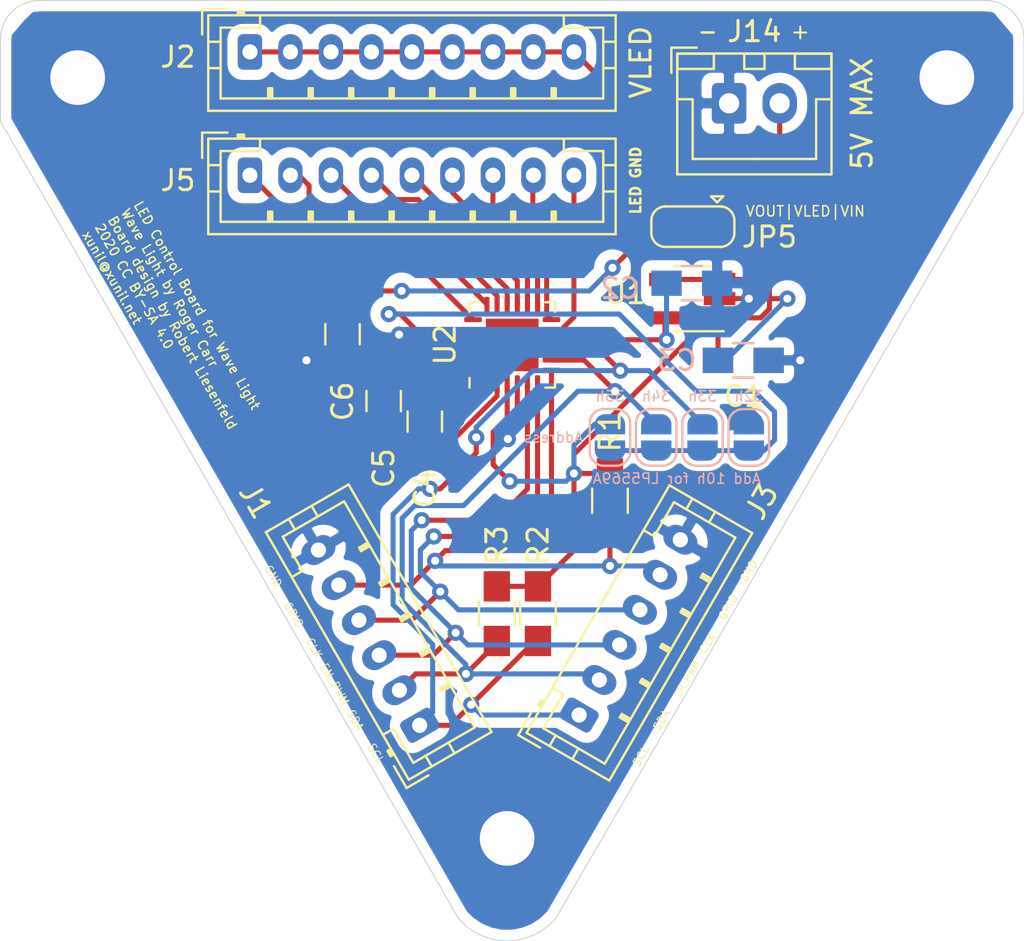
<source format=kicad_pcb>
(kicad_pcb (version 20171130) (host pcbnew "(5.1.6)-1")

  (general
    (thickness 1.6)
    (drawings 33)
    (tracks 223)
    (zones 0)
    (modules 24)
    (nets 26)
  )

  (page A4)
  (layers
    (0 F.Cu signal)
    (31 B.Cu signal)
    (32 B.Adhes user)
    (33 F.Adhes user)
    (34 B.Paste user)
    (35 F.Paste user)
    (36 B.SilkS user)
    (37 F.SilkS user)
    (38 B.Mask user)
    (39 F.Mask user)
    (40 Dwgs.User user)
    (41 Cmts.User user)
    (42 Eco1.User user)
    (43 Eco2.User user)
    (44 Edge.Cuts user)
    (45 Margin user)
    (46 B.CrtYd user)
    (47 F.CrtYd user)
    (48 B.Fab user hide)
    (49 F.Fab user hide)
  )

  (setup
    (last_trace_width 0.25)
    (trace_clearance 0.2)
    (zone_clearance 0.508)
    (zone_45_only no)
    (trace_min 0.2)
    (via_size 0.8)
    (via_drill 0.4)
    (via_min_size 0.4)
    (via_min_drill 0.3)
    (uvia_size 0.3)
    (uvia_drill 0.1)
    (uvias_allowed no)
    (uvia_min_size 0.2)
    (uvia_min_drill 0.1)
    (edge_width 0.05)
    (segment_width 0.2)
    (pcb_text_width 0.3)
    (pcb_text_size 1.5 1.5)
    (mod_edge_width 0.12)
    (mod_text_size 1 1)
    (mod_text_width 0.15)
    (pad_size 1.2 1.75)
    (pad_drill 0.75)
    (pad_to_mask_clearance 0.051)
    (solder_mask_min_width 0.25)
    (aux_axis_origin 0 0)
    (visible_elements 7FFFFF7F)
    (pcbplotparams
      (layerselection 0x010fc_ffffffff)
      (usegerberextensions false)
      (usegerberattributes false)
      (usegerberadvancedattributes false)
      (creategerberjobfile false)
      (excludeedgelayer true)
      (linewidth 0.100000)
      (plotframeref false)
      (viasonmask false)
      (mode 1)
      (useauxorigin false)
      (hpglpennumber 1)
      (hpglpenspeed 20)
      (hpglpendiameter 15.000000)
      (psnegative false)
      (psa4output false)
      (plotreference true)
      (plotvalue true)
      (plotinvisibletext false)
      (padsonsilk false)
      (subtractmaskfromsilk false)
      (outputformat 1)
      (mirror false)
      (drillshape 1)
      (scaleselection 1)
      (outputdirectory ""))
  )

  (net 0 "")
  (net 1 VIN)
  (net 2 GND)
  (net 3 V1P8)
  (net 4 "Net-(C4-Pad1)")
  (net 5 "Net-(C4-Pad2)")
  (net 6 "Net-(C5-Pad2)")
  (net 7 "Net-(C5-Pad1)")
  (net 8 VOUT)
  (net 9 SCL)
  (net 10 SDA)
  (net 11 EN_PWM)
  (net 12 CLK)
  (net 13 GPIO_TRIG_INT)
  (net 14 ADDR)
  (net 15 VLED)
  (net 16 LED0)
  (net 17 LED1)
  (net 18 LED2)
  (net 19 LED3)
  (net 20 LED4)
  (net 21 LED5)
  (net 22 LED6)
  (net 23 LED7)
  (net 24 LED8)
  (net 25 "Net-(U1-Pad4)")

  (net_class Default "This is the default net class."
    (clearance 0.2)
    (trace_width 0.25)
    (via_dia 0.8)
    (via_drill 0.4)
    (uvia_dia 0.3)
    (uvia_drill 0.1)
    (add_net ADDR)
    (add_net CLK)
    (add_net EN_PWM)
    (add_net GND)
    (add_net GPIO_TRIG_INT)
    (add_net LED0)
    (add_net LED1)
    (add_net LED2)
    (add_net LED3)
    (add_net LED4)
    (add_net LED5)
    (add_net LED6)
    (add_net LED7)
    (add_net LED8)
    (add_net "Net-(C4-Pad1)")
    (add_net "Net-(C4-Pad2)")
    (add_net "Net-(C5-Pad1)")
    (add_net "Net-(C5-Pad2)")
    (add_net "Net-(U1-Pad4)")
    (add_net SCL)
    (add_net SDA)
    (add_net V1P8)
    (add_net VIN)
    (add_net VLED)
    (add_net VOUT)
  )

  (module Connector_JST:JST_PH_B9B-PH-K_1x09_P2.00mm_Vertical (layer F.Cu) (tedit 5B7745C2) (tstamp 5FBD840D)
    (at 102.108 84.836)
    (descr "JST PH series connector, B9B-PH-K (http://www.jst-mfg.com/product/pdf/eng/ePH.pdf), generated with kicad-footprint-generator")
    (tags "connector JST PH side entry")
    (path /5FBC5965)
    (fp_text reference J5 (at -3.556 0.254) (layer F.SilkS)
      (effects (font (size 1 1) (thickness 0.15)))
    )
    (fp_text value Conn_01x09_Male (at 8 4) (layer F.Fab)
      (effects (font (size 1 1) (thickness 0.15)))
    )
    (fp_line (start -2.06 -1.81) (end -2.06 2.91) (layer F.SilkS) (width 0.12))
    (fp_line (start -2.06 2.91) (end 18.06 2.91) (layer F.SilkS) (width 0.12))
    (fp_line (start 18.06 2.91) (end 18.06 -1.81) (layer F.SilkS) (width 0.12))
    (fp_line (start 18.06 -1.81) (end -2.06 -1.81) (layer F.SilkS) (width 0.12))
    (fp_line (start -0.3 -1.81) (end -0.3 -2.01) (layer F.SilkS) (width 0.12))
    (fp_line (start -0.3 -2.01) (end -0.6 -2.01) (layer F.SilkS) (width 0.12))
    (fp_line (start -0.6 -2.01) (end -0.6 -1.81) (layer F.SilkS) (width 0.12))
    (fp_line (start -0.3 -1.91) (end -0.6 -1.91) (layer F.SilkS) (width 0.12))
    (fp_line (start 0.5 -1.81) (end 0.5 -1.2) (layer F.SilkS) (width 0.12))
    (fp_line (start 0.5 -1.2) (end -1.45 -1.2) (layer F.SilkS) (width 0.12))
    (fp_line (start -1.45 -1.2) (end -1.45 2.3) (layer F.SilkS) (width 0.12))
    (fp_line (start -1.45 2.3) (end 17.45 2.3) (layer F.SilkS) (width 0.12))
    (fp_line (start 17.45 2.3) (end 17.45 -1.2) (layer F.SilkS) (width 0.12))
    (fp_line (start 17.45 -1.2) (end 15.5 -1.2) (layer F.SilkS) (width 0.12))
    (fp_line (start 15.5 -1.2) (end 15.5 -1.81) (layer F.SilkS) (width 0.12))
    (fp_line (start -2.06 -0.5) (end -1.45 -0.5) (layer F.SilkS) (width 0.12))
    (fp_line (start -2.06 0.8) (end -1.45 0.8) (layer F.SilkS) (width 0.12))
    (fp_line (start 18.06 -0.5) (end 17.45 -0.5) (layer F.SilkS) (width 0.12))
    (fp_line (start 18.06 0.8) (end 17.45 0.8) (layer F.SilkS) (width 0.12))
    (fp_line (start 0.9 2.3) (end 0.9 1.8) (layer F.SilkS) (width 0.12))
    (fp_line (start 0.9 1.8) (end 1.1 1.8) (layer F.SilkS) (width 0.12))
    (fp_line (start 1.1 1.8) (end 1.1 2.3) (layer F.SilkS) (width 0.12))
    (fp_line (start 1 2.3) (end 1 1.8) (layer F.SilkS) (width 0.12))
    (fp_line (start 2.9 2.3) (end 2.9 1.8) (layer F.SilkS) (width 0.12))
    (fp_line (start 2.9 1.8) (end 3.1 1.8) (layer F.SilkS) (width 0.12))
    (fp_line (start 3.1 1.8) (end 3.1 2.3) (layer F.SilkS) (width 0.12))
    (fp_line (start 3 2.3) (end 3 1.8) (layer F.SilkS) (width 0.12))
    (fp_line (start 4.9 2.3) (end 4.9 1.8) (layer F.SilkS) (width 0.12))
    (fp_line (start 4.9 1.8) (end 5.1 1.8) (layer F.SilkS) (width 0.12))
    (fp_line (start 5.1 1.8) (end 5.1 2.3) (layer F.SilkS) (width 0.12))
    (fp_line (start 5 2.3) (end 5 1.8) (layer F.SilkS) (width 0.12))
    (fp_line (start 6.9 2.3) (end 6.9 1.8) (layer F.SilkS) (width 0.12))
    (fp_line (start 6.9 1.8) (end 7.1 1.8) (layer F.SilkS) (width 0.12))
    (fp_line (start 7.1 1.8) (end 7.1 2.3) (layer F.SilkS) (width 0.12))
    (fp_line (start 7 2.3) (end 7 1.8) (layer F.SilkS) (width 0.12))
    (fp_line (start 8.9 2.3) (end 8.9 1.8) (layer F.SilkS) (width 0.12))
    (fp_line (start 8.9 1.8) (end 9.1 1.8) (layer F.SilkS) (width 0.12))
    (fp_line (start 9.1 1.8) (end 9.1 2.3) (layer F.SilkS) (width 0.12))
    (fp_line (start 9 2.3) (end 9 1.8) (layer F.SilkS) (width 0.12))
    (fp_line (start 10.9 2.3) (end 10.9 1.8) (layer F.SilkS) (width 0.12))
    (fp_line (start 10.9 1.8) (end 11.1 1.8) (layer F.SilkS) (width 0.12))
    (fp_line (start 11.1 1.8) (end 11.1 2.3) (layer F.SilkS) (width 0.12))
    (fp_line (start 11 2.3) (end 11 1.8) (layer F.SilkS) (width 0.12))
    (fp_line (start 12.9 2.3) (end 12.9 1.8) (layer F.SilkS) (width 0.12))
    (fp_line (start 12.9 1.8) (end 13.1 1.8) (layer F.SilkS) (width 0.12))
    (fp_line (start 13.1 1.8) (end 13.1 2.3) (layer F.SilkS) (width 0.12))
    (fp_line (start 13 2.3) (end 13 1.8) (layer F.SilkS) (width 0.12))
    (fp_line (start 14.9 2.3) (end 14.9 1.8) (layer F.SilkS) (width 0.12))
    (fp_line (start 14.9 1.8) (end 15.1 1.8) (layer F.SilkS) (width 0.12))
    (fp_line (start 15.1 1.8) (end 15.1 2.3) (layer F.SilkS) (width 0.12))
    (fp_line (start 15 2.3) (end 15 1.8) (layer F.SilkS) (width 0.12))
    (fp_line (start -1.11 -2.11) (end -2.36 -2.11) (layer F.SilkS) (width 0.12))
    (fp_line (start -2.36 -2.11) (end -2.36 -0.86) (layer F.SilkS) (width 0.12))
    (fp_line (start -1.11 -2.11) (end -2.36 -2.11) (layer F.Fab) (width 0.1))
    (fp_line (start -2.36 -2.11) (end -2.36 -0.86) (layer F.Fab) (width 0.1))
    (fp_line (start -1.95 -1.7) (end -1.95 2.8) (layer F.Fab) (width 0.1))
    (fp_line (start -1.95 2.8) (end 17.95 2.8) (layer F.Fab) (width 0.1))
    (fp_line (start 17.95 2.8) (end 17.95 -1.7) (layer F.Fab) (width 0.1))
    (fp_line (start 17.95 -1.7) (end -1.95 -1.7) (layer F.Fab) (width 0.1))
    (fp_line (start -2.45 -2.2) (end -2.45 3.3) (layer F.CrtYd) (width 0.05))
    (fp_line (start -2.45 3.3) (end 18.45 3.3) (layer F.CrtYd) (width 0.05))
    (fp_line (start 18.45 3.3) (end 18.45 -2.2) (layer F.CrtYd) (width 0.05))
    (fp_line (start 18.45 -2.2) (end -2.45 -2.2) (layer F.CrtYd) (width 0.05))
    (fp_text user %R (at 8 1.5) (layer F.Fab)
      (effects (font (size 1 1) (thickness 0.15)))
    )
    (pad 1 thru_hole roundrect (at 0 0) (size 1.2 1.75) (drill 0.75) (layers *.Cu *.Mask) (roundrect_rratio 0.208333)
      (net 16 LED0))
    (pad 2 thru_hole oval (at 2 0) (size 1.2 1.75) (drill 0.75) (layers *.Cu *.Mask)
      (net 17 LED1))
    (pad 3 thru_hole oval (at 4 0) (size 1.2 1.75) (drill 0.75) (layers *.Cu *.Mask)
      (net 18 LED2))
    (pad 4 thru_hole oval (at 6 0) (size 1.2 1.75) (drill 0.75) (layers *.Cu *.Mask)
      (net 19 LED3))
    (pad 5 thru_hole oval (at 8 0) (size 1.2 1.75) (drill 0.75) (layers *.Cu *.Mask)
      (net 20 LED4))
    (pad 6 thru_hole oval (at 10 0) (size 1.2 1.75) (drill 0.75) (layers *.Cu *.Mask)
      (net 21 LED5))
    (pad 7 thru_hole oval (at 12 0) (size 1.2 1.75) (drill 0.75) (layers *.Cu *.Mask)
      (net 22 LED6))
    (pad 8 thru_hole oval (at 14 0) (size 1.2 1.75) (drill 0.75) (layers *.Cu *.Mask)
      (net 23 LED7))
    (pad 9 thru_hole oval (at 16 0) (size 1.2 1.75) (drill 0.75) (layers *.Cu *.Mask)
      (net 24 LED8))
    (model ${KISYS3DMOD}/Connector_JST.3dshapes/JST_PH_B9B-PH-K_1x09_P2.00mm_Vertical.wrl
      (at (xyz 0 0 0))
      (scale (xyz 1 1 1))
      (rotate (xyz 0 0 0))
    )
  )

  (module Connector_JST:JST_PH_B9B-PH-K_1x09_P2.00mm_Vertical (layer F.Cu) (tedit 5B7745C2) (tstamp 5FBD8290)
    (at 102.108 78.74)
    (descr "JST PH series connector, B9B-PH-K (http://www.jst-mfg.com/product/pdf/eng/ePH.pdf), generated with kicad-footprint-generator")
    (tags "connector JST PH side entry")
    (path /5FC0C417)
    (fp_text reference J2 (at -3.556 0.254) (layer F.SilkS)
      (effects (font (size 1 1) (thickness 0.15)))
    )
    (fp_text value Conn_01x09_Male (at 8 4) (layer F.Fab)
      (effects (font (size 1 1) (thickness 0.15)))
    )
    (fp_line (start -2.06 -1.81) (end -2.06 2.91) (layer F.SilkS) (width 0.12))
    (fp_line (start -2.06 2.91) (end 18.06 2.91) (layer F.SilkS) (width 0.12))
    (fp_line (start 18.06 2.91) (end 18.06 -1.81) (layer F.SilkS) (width 0.12))
    (fp_line (start 18.06 -1.81) (end -2.06 -1.81) (layer F.SilkS) (width 0.12))
    (fp_line (start -0.3 -1.81) (end -0.3 -2.01) (layer F.SilkS) (width 0.12))
    (fp_line (start -0.3 -2.01) (end -0.6 -2.01) (layer F.SilkS) (width 0.12))
    (fp_line (start -0.6 -2.01) (end -0.6 -1.81) (layer F.SilkS) (width 0.12))
    (fp_line (start -0.3 -1.91) (end -0.6 -1.91) (layer F.SilkS) (width 0.12))
    (fp_line (start 0.5 -1.81) (end 0.5 -1.2) (layer F.SilkS) (width 0.12))
    (fp_line (start 0.5 -1.2) (end -1.45 -1.2) (layer F.SilkS) (width 0.12))
    (fp_line (start -1.45 -1.2) (end -1.45 2.3) (layer F.SilkS) (width 0.12))
    (fp_line (start -1.45 2.3) (end 17.45 2.3) (layer F.SilkS) (width 0.12))
    (fp_line (start 17.45 2.3) (end 17.45 -1.2) (layer F.SilkS) (width 0.12))
    (fp_line (start 17.45 -1.2) (end 15.5 -1.2) (layer F.SilkS) (width 0.12))
    (fp_line (start 15.5 -1.2) (end 15.5 -1.81) (layer F.SilkS) (width 0.12))
    (fp_line (start -2.06 -0.5) (end -1.45 -0.5) (layer F.SilkS) (width 0.12))
    (fp_line (start -2.06 0.8) (end -1.45 0.8) (layer F.SilkS) (width 0.12))
    (fp_line (start 18.06 -0.5) (end 17.45 -0.5) (layer F.SilkS) (width 0.12))
    (fp_line (start 18.06 0.8) (end 17.45 0.8) (layer F.SilkS) (width 0.12))
    (fp_line (start 0.9 2.3) (end 0.9 1.8) (layer F.SilkS) (width 0.12))
    (fp_line (start 0.9 1.8) (end 1.1 1.8) (layer F.SilkS) (width 0.12))
    (fp_line (start 1.1 1.8) (end 1.1 2.3) (layer F.SilkS) (width 0.12))
    (fp_line (start 1 2.3) (end 1 1.8) (layer F.SilkS) (width 0.12))
    (fp_line (start 2.9 2.3) (end 2.9 1.8) (layer F.SilkS) (width 0.12))
    (fp_line (start 2.9 1.8) (end 3.1 1.8) (layer F.SilkS) (width 0.12))
    (fp_line (start 3.1 1.8) (end 3.1 2.3) (layer F.SilkS) (width 0.12))
    (fp_line (start 3 2.3) (end 3 1.8) (layer F.SilkS) (width 0.12))
    (fp_line (start 4.9 2.3) (end 4.9 1.8) (layer F.SilkS) (width 0.12))
    (fp_line (start 4.9 1.8) (end 5.1 1.8) (layer F.SilkS) (width 0.12))
    (fp_line (start 5.1 1.8) (end 5.1 2.3) (layer F.SilkS) (width 0.12))
    (fp_line (start 5 2.3) (end 5 1.8) (layer F.SilkS) (width 0.12))
    (fp_line (start 6.9 2.3) (end 6.9 1.8) (layer F.SilkS) (width 0.12))
    (fp_line (start 6.9 1.8) (end 7.1 1.8) (layer F.SilkS) (width 0.12))
    (fp_line (start 7.1 1.8) (end 7.1 2.3) (layer F.SilkS) (width 0.12))
    (fp_line (start 7 2.3) (end 7 1.8) (layer F.SilkS) (width 0.12))
    (fp_line (start 8.9 2.3) (end 8.9 1.8) (layer F.SilkS) (width 0.12))
    (fp_line (start 8.9 1.8) (end 9.1 1.8) (layer F.SilkS) (width 0.12))
    (fp_line (start 9.1 1.8) (end 9.1 2.3) (layer F.SilkS) (width 0.12))
    (fp_line (start 9 2.3) (end 9 1.8) (layer F.SilkS) (width 0.12))
    (fp_line (start 10.9 2.3) (end 10.9 1.8) (layer F.SilkS) (width 0.12))
    (fp_line (start 10.9 1.8) (end 11.1 1.8) (layer F.SilkS) (width 0.12))
    (fp_line (start 11.1 1.8) (end 11.1 2.3) (layer F.SilkS) (width 0.12))
    (fp_line (start 11 2.3) (end 11 1.8) (layer F.SilkS) (width 0.12))
    (fp_line (start 12.9 2.3) (end 12.9 1.8) (layer F.SilkS) (width 0.12))
    (fp_line (start 12.9 1.8) (end 13.1 1.8) (layer F.SilkS) (width 0.12))
    (fp_line (start 13.1 1.8) (end 13.1 2.3) (layer F.SilkS) (width 0.12))
    (fp_line (start 13 2.3) (end 13 1.8) (layer F.SilkS) (width 0.12))
    (fp_line (start 14.9 2.3) (end 14.9 1.8) (layer F.SilkS) (width 0.12))
    (fp_line (start 14.9 1.8) (end 15.1 1.8) (layer F.SilkS) (width 0.12))
    (fp_line (start 15.1 1.8) (end 15.1 2.3) (layer F.SilkS) (width 0.12))
    (fp_line (start 15 2.3) (end 15 1.8) (layer F.SilkS) (width 0.12))
    (fp_line (start -1.11 -2.11) (end -2.36 -2.11) (layer F.SilkS) (width 0.12))
    (fp_line (start -2.36 -2.11) (end -2.36 -0.86) (layer F.SilkS) (width 0.12))
    (fp_line (start -1.11 -2.11) (end -2.36 -2.11) (layer F.Fab) (width 0.1))
    (fp_line (start -2.36 -2.11) (end -2.36 -0.86) (layer F.Fab) (width 0.1))
    (fp_line (start -1.95 -1.7) (end -1.95 2.8) (layer F.Fab) (width 0.1))
    (fp_line (start -1.95 2.8) (end 17.95 2.8) (layer F.Fab) (width 0.1))
    (fp_line (start 17.95 2.8) (end 17.95 -1.7) (layer F.Fab) (width 0.1))
    (fp_line (start 17.95 -1.7) (end -1.95 -1.7) (layer F.Fab) (width 0.1))
    (fp_line (start -2.45 -2.2) (end -2.45 3.3) (layer F.CrtYd) (width 0.05))
    (fp_line (start -2.45 3.3) (end 18.45 3.3) (layer F.CrtYd) (width 0.05))
    (fp_line (start 18.45 3.3) (end 18.45 -2.2) (layer F.CrtYd) (width 0.05))
    (fp_line (start 18.45 -2.2) (end -2.45 -2.2) (layer F.CrtYd) (width 0.05))
    (fp_text user %R (at 8 1.5) (layer F.Fab)
      (effects (font (size 1 1) (thickness 0.15)))
    )
    (pad 1 thru_hole roundrect (at 0 0) (size 1.2 1.75) (drill 0.75) (layers *.Cu *.Mask) (roundrect_rratio 0.208333)
      (net 15 VLED))
    (pad 2 thru_hole oval (at 2 0) (size 1.2 1.75) (drill 0.75) (layers *.Cu *.Mask)
      (net 15 VLED))
    (pad 3 thru_hole oval (at 4 0) (size 1.2 1.75) (drill 0.75) (layers *.Cu *.Mask)
      (net 15 VLED))
    (pad 4 thru_hole oval (at 6 0) (size 1.2 1.75) (drill 0.75) (layers *.Cu *.Mask)
      (net 15 VLED))
    (pad 5 thru_hole oval (at 8 0) (size 1.2 1.75) (drill 0.75) (layers *.Cu *.Mask)
      (net 15 VLED))
    (pad 6 thru_hole oval (at 10 0) (size 1.2 1.75) (drill 0.75) (layers *.Cu *.Mask)
      (net 15 VLED))
    (pad 7 thru_hole oval (at 12 0) (size 1.2 1.75) (drill 0.75) (layers *.Cu *.Mask)
      (net 15 VLED))
    (pad 8 thru_hole oval (at 14 0) (size 1.2 1.75) (drill 0.75) (layers *.Cu *.Mask)
      (net 15 VLED))
    (pad 9 thru_hole oval (at 16 0) (size 1.2 1.75) (drill 0.75) (layers *.Cu *.Mask)
      (net 15 VLED))
    (model ${KISYS3DMOD}/Connector_JST.3dshapes/JST_PH_B9B-PH-K_1x09_P2.00mm_Vertical.wrl
      (at (xyz 0 0 0))
      (scale (xyz 1 1 1))
      (rotate (xyz 0 0 0))
    )
  )

  (module Connector_JST:JST_XH_B2B-XH-A_1x02_P2.50mm_Vertical (layer F.Cu) (tedit 5C28146C) (tstamp 5EF1C170)
    (at 125.77 81.28)
    (descr "JST XH series connector, B2B-XH-A (http://www.jst-mfg.com/product/pdf/eng/eXH.pdf), generated with kicad-footprint-generator")
    (tags "connector JST XH vertical")
    (path /5EF1BC1B)
    (fp_text reference J14 (at 1.25 -3.55) (layer F.SilkS)
      (effects (font (size 1 1) (thickness 0.15)))
    )
    (fp_text value Conn_01x02_Male (at 1.25 4.6) (layer F.Fab)
      (effects (font (size 1 1) (thickness 0.15)))
    )
    (fp_line (start -2.45 -2.35) (end -2.45 3.4) (layer F.Fab) (width 0.1))
    (fp_line (start -2.45 3.4) (end 4.95 3.4) (layer F.Fab) (width 0.1))
    (fp_line (start 4.95 3.4) (end 4.95 -2.35) (layer F.Fab) (width 0.1))
    (fp_line (start 4.95 -2.35) (end -2.45 -2.35) (layer F.Fab) (width 0.1))
    (fp_line (start -2.56 -2.46) (end -2.56 3.51) (layer F.SilkS) (width 0.12))
    (fp_line (start -2.56 3.51) (end 5.06 3.51) (layer F.SilkS) (width 0.12))
    (fp_line (start 5.06 3.51) (end 5.06 -2.46) (layer F.SilkS) (width 0.12))
    (fp_line (start 5.06 -2.46) (end -2.56 -2.46) (layer F.SilkS) (width 0.12))
    (fp_line (start -2.95 -2.85) (end -2.95 3.9) (layer F.CrtYd) (width 0.05))
    (fp_line (start -2.95 3.9) (end 5.45 3.9) (layer F.CrtYd) (width 0.05))
    (fp_line (start 5.45 3.9) (end 5.45 -2.85) (layer F.CrtYd) (width 0.05))
    (fp_line (start 5.45 -2.85) (end -2.95 -2.85) (layer F.CrtYd) (width 0.05))
    (fp_line (start -0.625 -2.35) (end 0 -1.35) (layer F.Fab) (width 0.1))
    (fp_line (start 0 -1.35) (end 0.625 -2.35) (layer F.Fab) (width 0.1))
    (fp_line (start 0.75 -2.45) (end 0.75 -1.7) (layer F.SilkS) (width 0.12))
    (fp_line (start 0.75 -1.7) (end 1.75 -1.7) (layer F.SilkS) (width 0.12))
    (fp_line (start 1.75 -1.7) (end 1.75 -2.45) (layer F.SilkS) (width 0.12))
    (fp_line (start 1.75 -2.45) (end 0.75 -2.45) (layer F.SilkS) (width 0.12))
    (fp_line (start -2.55 -2.45) (end -2.55 -1.7) (layer F.SilkS) (width 0.12))
    (fp_line (start -2.55 -1.7) (end -0.75 -1.7) (layer F.SilkS) (width 0.12))
    (fp_line (start -0.75 -1.7) (end -0.75 -2.45) (layer F.SilkS) (width 0.12))
    (fp_line (start -0.75 -2.45) (end -2.55 -2.45) (layer F.SilkS) (width 0.12))
    (fp_line (start 3.25 -2.45) (end 3.25 -1.7) (layer F.SilkS) (width 0.12))
    (fp_line (start 3.25 -1.7) (end 5.05 -1.7) (layer F.SilkS) (width 0.12))
    (fp_line (start 5.05 -1.7) (end 5.05 -2.45) (layer F.SilkS) (width 0.12))
    (fp_line (start 5.05 -2.45) (end 3.25 -2.45) (layer F.SilkS) (width 0.12))
    (fp_line (start -2.55 -0.2) (end -1.8 -0.2) (layer F.SilkS) (width 0.12))
    (fp_line (start -1.8 -0.2) (end -1.8 2.75) (layer F.SilkS) (width 0.12))
    (fp_line (start -1.8 2.75) (end 1.25 2.75) (layer F.SilkS) (width 0.12))
    (fp_line (start 5.05 -0.2) (end 4.3 -0.2) (layer F.SilkS) (width 0.12))
    (fp_line (start 4.3 -0.2) (end 4.3 2.75) (layer F.SilkS) (width 0.12))
    (fp_line (start 4.3 2.75) (end 1.25 2.75) (layer F.SilkS) (width 0.12))
    (fp_line (start -1.6 -2.75) (end -2.85 -2.75) (layer F.SilkS) (width 0.12))
    (fp_line (start -2.85 -2.75) (end -2.85 -1.5) (layer F.SilkS) (width 0.12))
    (fp_text user %R (at 1.25 2.7) (layer F.Fab)
      (effects (font (size 1 1) (thickness 0.15)))
    )
    (pad 2 thru_hole oval (at 2.5 0) (size 1.7 2) (drill 1) (layers *.Cu *.Mask)
      (net 1 VIN))
    (pad 1 thru_hole roundrect (at 0 0) (size 1.7 2) (drill 1) (layers *.Cu *.Mask) (roundrect_rratio 0.147059)
      (net 2 GND))
    (model ${KISYS3DMOD}/Connector_JST.3dshapes/JST_XH_B2B-XH-A_1x02_P2.50mm_Vertical.wrl
      (at (xyz 0 0 0))
      (scale (xyz 1 1 1))
      (rotate (xyz 0 0 0))
    )
  )

  (module Resistors_SMD:R_0805_HandSoldering (layer F.Cu) (tedit 58E0A804) (tstamp 5FBD545E)
    (at 114.3 106.4984 270)
    (descr "Resistor SMD 0805, hand soldering")
    (tags "resistor 0805")
    (path /5EEB3A56)
    (attr smd)
    (fp_text reference R3 (at -3.382 0 90) (layer F.SilkS)
      (effects (font (size 1 1) (thickness 0.15)))
    )
    (fp_text value 2.2k (at 0 1.75 90) (layer F.Fab)
      (effects (font (size 1 1) (thickness 0.15)))
    )
    (fp_line (start 2.35 0.9) (end -2.35 0.9) (layer F.CrtYd) (width 0.05))
    (fp_line (start 2.35 0.9) (end 2.35 -0.9) (layer F.CrtYd) (width 0.05))
    (fp_line (start -2.35 -0.9) (end -2.35 0.9) (layer F.CrtYd) (width 0.05))
    (fp_line (start -2.35 -0.9) (end 2.35 -0.9) (layer F.CrtYd) (width 0.05))
    (fp_line (start -0.6 -0.88) (end 0.6 -0.88) (layer F.SilkS) (width 0.12))
    (fp_line (start 0.6 0.88) (end -0.6 0.88) (layer F.SilkS) (width 0.12))
    (fp_line (start -1 -0.62) (end 1 -0.62) (layer F.Fab) (width 0.1))
    (fp_line (start 1 -0.62) (end 1 0.62) (layer F.Fab) (width 0.1))
    (fp_line (start 1 0.62) (end -1 0.62) (layer F.Fab) (width 0.1))
    (fp_line (start -1 0.62) (end -1 -0.62) (layer F.Fab) (width 0.1))
    (fp_text user %R (at 0 0 90) (layer F.Fab)
      (effects (font (size 0.5 0.5) (thickness 0.075)))
    )
    (pad 1 smd rect (at -1.35 0 270) (size 1.5 1.3) (layers F.Cu F.Paste F.Mask)
      (net 1 VIN))
    (pad 2 smd rect (at 1.35 0 270) (size 1.5 1.3) (layers F.Cu F.Paste F.Mask)
      (net 10 SDA))
    (model ${KISYS3DMOD}/Resistors_SMD.3dshapes/R_0805.wrl
      (at (xyz 0 0 0))
      (scale (xyz 1 1 1))
      (rotate (xyz 0 0 0))
    )
  )

  (module Resistors_SMD:R_0805_HandSoldering (layer F.Cu) (tedit 58E0A804) (tstamp 5FC5F8FA)
    (at 116.332 106.4984 270)
    (descr "Resistor SMD 0805, hand soldering")
    (tags "resistor 0805")
    (path /5EEB3A50)
    (attr smd)
    (fp_text reference R2 (at -3.382 0 90) (layer F.SilkS)
      (effects (font (size 1 1) (thickness 0.15)))
    )
    (fp_text value 2.2k (at 0 1.75 90) (layer F.Fab)
      (effects (font (size 1 1) (thickness 0.15)))
    )
    (fp_line (start 2.35 0.9) (end -2.35 0.9) (layer F.CrtYd) (width 0.05))
    (fp_line (start 2.35 0.9) (end 2.35 -0.9) (layer F.CrtYd) (width 0.05))
    (fp_line (start -2.35 -0.9) (end -2.35 0.9) (layer F.CrtYd) (width 0.05))
    (fp_line (start -2.35 -0.9) (end 2.35 -0.9) (layer F.CrtYd) (width 0.05))
    (fp_line (start -0.6 -0.88) (end 0.6 -0.88) (layer F.SilkS) (width 0.12))
    (fp_line (start 0.6 0.88) (end -0.6 0.88) (layer F.SilkS) (width 0.12))
    (fp_line (start -1 -0.62) (end 1 -0.62) (layer F.Fab) (width 0.1))
    (fp_line (start 1 -0.62) (end 1 0.62) (layer F.Fab) (width 0.1))
    (fp_line (start 1 0.62) (end -1 0.62) (layer F.Fab) (width 0.1))
    (fp_line (start -1 0.62) (end -1 -0.62) (layer F.Fab) (width 0.1))
    (fp_text user %R (at 0 0 90) (layer F.Fab)
      (effects (font (size 0.5 0.5) (thickness 0.075)))
    )
    (pad 1 smd rect (at -1.35 0 270) (size 1.5 1.3) (layers F.Cu F.Paste F.Mask)
      (net 1 VIN))
    (pad 2 smd rect (at 1.35 0 270) (size 1.5 1.3) (layers F.Cu F.Paste F.Mask)
      (net 9 SCL))
    (model ${KISYS3DMOD}/Resistors_SMD.3dshapes/R_0805.wrl
      (at (xyz 0 0 0))
      (scale (xyz 1 1 1))
      (rotate (xyz 0 0 0))
    )
  )

  (module Resistors_SMD:R_0805_HandSoldering (layer F.Cu) (tedit 58E0A804) (tstamp 5FBEE803)
    (at 119.888 100.918 270)
    (descr "Resistor SMD 0805, hand soldering")
    (tags "resistor 0805")
    (path /5EE95F7A)
    (attr smd)
    (fp_text reference R1 (at -3.382 0 90) (layer F.SilkS)
      (effects (font (size 1 1) (thickness 0.15)))
    )
    (fp_text value 120k (at 0 1.75 90) (layer F.Fab)
      (effects (font (size 1 1) (thickness 0.15)))
    )
    (fp_line (start 2.35 0.9) (end -2.35 0.9) (layer F.CrtYd) (width 0.05))
    (fp_line (start 2.35 0.9) (end 2.35 -0.9) (layer F.CrtYd) (width 0.05))
    (fp_line (start -2.35 -0.9) (end -2.35 0.9) (layer F.CrtYd) (width 0.05))
    (fp_line (start -2.35 -0.9) (end 2.35 -0.9) (layer F.CrtYd) (width 0.05))
    (fp_line (start -0.6 -0.88) (end 0.6 -0.88) (layer F.SilkS) (width 0.12))
    (fp_line (start 0.6 0.88) (end -0.6 0.88) (layer F.SilkS) (width 0.12))
    (fp_line (start -1 -0.62) (end 1 -0.62) (layer F.Fab) (width 0.1))
    (fp_line (start 1 -0.62) (end 1 0.62) (layer F.Fab) (width 0.1))
    (fp_line (start 1 0.62) (end -1 0.62) (layer F.Fab) (width 0.1))
    (fp_line (start -1 0.62) (end -1 -0.62) (layer F.Fab) (width 0.1))
    (fp_text user %R (at 0 0 90) (layer F.Fab)
      (effects (font (size 0.5 0.5) (thickness 0.075)))
    )
    (pad 1 smd rect (at -1.35 0 270) (size 1.5 1.3) (layers F.Cu F.Paste F.Mask)
      (net 1 VIN))
    (pad 2 smd rect (at 1.35 0 270) (size 1.5 1.3) (layers F.Cu F.Paste F.Mask)
      (net 13 GPIO_TRIG_INT))
    (model ${KISYS3DMOD}/Resistors_SMD.3dshapes/R_0805.wrl
      (at (xyz 0 0 0))
      (scale (xyz 1 1 1))
      (rotate (xyz 0 0 0))
    )
  )

  (module Capacitors_SMD:C_0805_HandSoldering (layer F.Cu) (tedit 58AA84A8) (tstamp 5FBC6E5D)
    (at 106.68 92.69 90)
    (descr "Capacitor SMD 0805, hand soldering")
    (tags "capacitor 0805")
    (path /5EEB075D)
    (attr smd)
    (fp_text reference C6 (at -3.322 0 90) (layer F.SilkS)
      (effects (font (size 1 1) (thickness 0.15)))
    )
    (fp_text value 1uF (at 0 1.75 90) (layer F.Fab)
      (effects (font (size 1 1) (thickness 0.15)))
    )
    (fp_line (start 2.25 0.87) (end -2.25 0.87) (layer F.CrtYd) (width 0.05))
    (fp_line (start 2.25 0.87) (end 2.25 -0.88) (layer F.CrtYd) (width 0.05))
    (fp_line (start -2.25 -0.88) (end -2.25 0.87) (layer F.CrtYd) (width 0.05))
    (fp_line (start -2.25 -0.88) (end 2.25 -0.88) (layer F.CrtYd) (width 0.05))
    (fp_line (start -0.5 0.85) (end 0.5 0.85) (layer F.SilkS) (width 0.12))
    (fp_line (start 0.5 -0.85) (end -0.5 -0.85) (layer F.SilkS) (width 0.12))
    (fp_line (start -1 -0.62) (end 1 -0.62) (layer F.Fab) (width 0.1))
    (fp_line (start 1 -0.62) (end 1 0.62) (layer F.Fab) (width 0.1))
    (fp_line (start 1 0.62) (end -1 0.62) (layer F.Fab) (width 0.1))
    (fp_line (start -1 0.62) (end -1 -0.62) (layer F.Fab) (width 0.1))
    (fp_text user %R (at 0 -1.75 90) (layer F.Fab)
      (effects (font (size 1 1) (thickness 0.15)))
    )
    (pad 1 smd rect (at -1.25 0 90) (size 1.5 1.25) (layers F.Cu F.Paste F.Mask)
      (net 2 GND))
    (pad 2 smd rect (at 1.25 0 90) (size 1.5 1.25) (layers F.Cu F.Paste F.Mask)
      (net 8 VOUT))
    (model Capacitors_SMD.3dshapes/C_0805.wrl
      (at (xyz 0 0 0))
      (scale (xyz 1 1 1))
      (rotate (xyz 0 0 0))
    )
  )

  (module Capacitors_SMD:C_0805_HandSoldering (layer F.Cu) (tedit 58AA84A8) (tstamp 5FBC6D61)
    (at 108.712 95.992 90)
    (descr "Capacitor SMD 0805, hand soldering")
    (tags "capacitor 0805")
    (path /5EE6E586)
    (attr smd)
    (fp_text reference C5 (at -3.322 0 90) (layer F.SilkS)
      (effects (font (size 1 1) (thickness 0.15)))
    )
    (fp_text value 1uF (at 0 1.75 90) (layer F.Fab)
      (effects (font (size 1 1) (thickness 0.15)))
    )
    (fp_line (start 2.25 0.87) (end -2.25 0.87) (layer F.CrtYd) (width 0.05))
    (fp_line (start 2.25 0.87) (end 2.25 -0.88) (layer F.CrtYd) (width 0.05))
    (fp_line (start -2.25 -0.88) (end -2.25 0.87) (layer F.CrtYd) (width 0.05))
    (fp_line (start -2.25 -0.88) (end 2.25 -0.88) (layer F.CrtYd) (width 0.05))
    (fp_line (start -0.5 0.85) (end 0.5 0.85) (layer F.SilkS) (width 0.12))
    (fp_line (start 0.5 -0.85) (end -0.5 -0.85) (layer F.SilkS) (width 0.12))
    (fp_line (start -1 -0.62) (end 1 -0.62) (layer F.Fab) (width 0.1))
    (fp_line (start 1 -0.62) (end 1 0.62) (layer F.Fab) (width 0.1))
    (fp_line (start 1 0.62) (end -1 0.62) (layer F.Fab) (width 0.1))
    (fp_line (start -1 0.62) (end -1 -0.62) (layer F.Fab) (width 0.1))
    (fp_text user %R (at 0 -1.75 90) (layer F.Fab)
      (effects (font (size 1 1) (thickness 0.15)))
    )
    (pad 1 smd rect (at -1.25 0 90) (size 1.5 1.25) (layers F.Cu F.Paste F.Mask)
      (net 7 "Net-(C5-Pad1)"))
    (pad 2 smd rect (at 1.25 0 90) (size 1.5 1.25) (layers F.Cu F.Paste F.Mask)
      (net 6 "Net-(C5-Pad2)"))
    (model Capacitors_SMD.3dshapes/C_0805.wrl
      (at (xyz 0 0 0))
      (scale (xyz 1 1 1))
      (rotate (xyz 0 0 0))
    )
  )

  (module Capacitors_SMD:C_0805_HandSoldering (layer F.Cu) (tedit 58AA84A8) (tstamp 5FBC6DCD)
    (at 110.744 97.008 90)
    (descr "Capacitor SMD 0805, hand soldering")
    (tags "capacitor 0805")
    (path /5EE6D66F)
    (attr smd)
    (fp_text reference C4 (at -3.322 0 90) (layer F.SilkS)
      (effects (font (size 1 1) (thickness 0.15)))
    )
    (fp_text value 1uF (at 0 1.75 90) (layer F.Fab)
      (effects (font (size 1 1) (thickness 0.15)))
    )
    (fp_line (start 2.25 0.87) (end -2.25 0.87) (layer F.CrtYd) (width 0.05))
    (fp_line (start 2.25 0.87) (end 2.25 -0.88) (layer F.CrtYd) (width 0.05))
    (fp_line (start -2.25 -0.88) (end -2.25 0.87) (layer F.CrtYd) (width 0.05))
    (fp_line (start -2.25 -0.88) (end 2.25 -0.88) (layer F.CrtYd) (width 0.05))
    (fp_line (start -0.5 0.85) (end 0.5 0.85) (layer F.SilkS) (width 0.12))
    (fp_line (start 0.5 -0.85) (end -0.5 -0.85) (layer F.SilkS) (width 0.12))
    (fp_line (start -1 -0.62) (end 1 -0.62) (layer F.Fab) (width 0.1))
    (fp_line (start 1 -0.62) (end 1 0.62) (layer F.Fab) (width 0.1))
    (fp_line (start 1 0.62) (end -1 0.62) (layer F.Fab) (width 0.1))
    (fp_line (start -1 0.62) (end -1 -0.62) (layer F.Fab) (width 0.1))
    (fp_text user %R (at 0 -1.75 90) (layer F.Fab)
      (effects (font (size 1 1) (thickness 0.15)))
    )
    (pad 1 smd rect (at -1.25 0 90) (size 1.5 1.25) (layers F.Cu F.Paste F.Mask)
      (net 4 "Net-(C4-Pad1)"))
    (pad 2 smd rect (at 1.25 0 90) (size 1.5 1.25) (layers F.Cu F.Paste F.Mask)
      (net 5 "Net-(C4-Pad2)"))
    (model Capacitors_SMD.3dshapes/C_0805.wrl
      (at (xyz 0 0 0))
      (scale (xyz 1 1 1))
      (rotate (xyz 0 0 0))
    )
  )

  (module Capacitors_SMD:C_0805_HandSoldering (layer B.Cu) (tedit 58AA84A8) (tstamp 5FBEE38F)
    (at 126.472 93.98 180)
    (descr "Capacitor SMD 0805, hand soldering")
    (tags "capacitor 0805")
    (path /5EEAE369)
    (attr smd)
    (fp_text reference C3 (at 3.282 0) (layer B.SilkS)
      (effects (font (size 1 1) (thickness 0.15)) (justify mirror))
    )
    (fp_text value 1uF (at 0 -1.75) (layer B.Fab)
      (effects (font (size 1 1) (thickness 0.15)) (justify mirror))
    )
    (fp_line (start 2.25 -0.87) (end -2.25 -0.87) (layer B.CrtYd) (width 0.05))
    (fp_line (start 2.25 -0.87) (end 2.25 0.88) (layer B.CrtYd) (width 0.05))
    (fp_line (start -2.25 0.88) (end -2.25 -0.87) (layer B.CrtYd) (width 0.05))
    (fp_line (start -2.25 0.88) (end 2.25 0.88) (layer B.CrtYd) (width 0.05))
    (fp_line (start -0.5 -0.85) (end 0.5 -0.85) (layer B.SilkS) (width 0.12))
    (fp_line (start 0.5 0.85) (end -0.5 0.85) (layer B.SilkS) (width 0.12))
    (fp_line (start -1 0.62) (end 1 0.62) (layer B.Fab) (width 0.1))
    (fp_line (start 1 0.62) (end 1 -0.62) (layer B.Fab) (width 0.1))
    (fp_line (start 1 -0.62) (end -1 -0.62) (layer B.Fab) (width 0.1))
    (fp_line (start -1 -0.62) (end -1 0.62) (layer B.Fab) (width 0.1))
    (fp_text user %R (at 0 1.75) (layer B.Fab)
      (effects (font (size 1 1) (thickness 0.15)) (justify mirror))
    )
    (pad 1 smd rect (at -1.25 0 180) (size 1.5 1.25) (layers B.Cu B.Paste B.Mask)
      (net 2 GND))
    (pad 2 smd rect (at 1.25 0 180) (size 1.5 1.25) (layers B.Cu B.Paste B.Mask)
      (net 1 VIN))
    (model Capacitors_SMD.3dshapes/C_0805.wrl
      (at (xyz 0 0 0))
      (scale (xyz 1 1 1))
      (rotate (xyz 0 0 0))
    )
  )

  (module Capacitors_SMD:C_0805_HandSoldering (layer B.Cu) (tedit 58AA84A8) (tstamp 5FBD5FB4)
    (at 123.932 90.17 180)
    (descr "Capacitor SMD 0805, hand soldering")
    (tags "capacitor 0805")
    (path /5EE868D0)
    (attr smd)
    (fp_text reference C2 (at 3.536 -0.254) (layer B.SilkS)
      (effects (font (size 1 1) (thickness 0.15)) (justify mirror))
    )
    (fp_text value 1uF (at 0 -1.75) (layer B.Fab)
      (effects (font (size 1 1) (thickness 0.15)) (justify mirror))
    )
    (fp_line (start 2.25 -0.87) (end -2.25 -0.87) (layer B.CrtYd) (width 0.05))
    (fp_line (start 2.25 -0.87) (end 2.25 0.88) (layer B.CrtYd) (width 0.05))
    (fp_line (start -2.25 0.88) (end -2.25 -0.87) (layer B.CrtYd) (width 0.05))
    (fp_line (start -2.25 0.88) (end 2.25 0.88) (layer B.CrtYd) (width 0.05))
    (fp_line (start -0.5 -0.85) (end 0.5 -0.85) (layer B.SilkS) (width 0.12))
    (fp_line (start 0.5 0.85) (end -0.5 0.85) (layer B.SilkS) (width 0.12))
    (fp_line (start -1 0.62) (end 1 0.62) (layer B.Fab) (width 0.1))
    (fp_line (start 1 0.62) (end 1 -0.62) (layer B.Fab) (width 0.1))
    (fp_line (start 1 -0.62) (end -1 -0.62) (layer B.Fab) (width 0.1))
    (fp_line (start -1 -0.62) (end -1 0.62) (layer B.Fab) (width 0.1))
    (fp_text user %R (at 0 1.75) (layer B.Fab)
      (effects (font (size 1 1) (thickness 0.15)) (justify mirror))
    )
    (pad 1 smd rect (at -1.25 0 180) (size 1.5 1.25) (layers B.Cu B.Paste B.Mask)
      (net 2 GND))
    (pad 2 smd rect (at 1.25 0 180) (size 1.5 1.25) (layers B.Cu B.Paste B.Mask)
      (net 3 V1P8))
    (model Capacitors_SMD.3dshapes/C_0805.wrl
      (at (xyz 0 0 0))
      (scale (xyz 1 1 1))
      (rotate (xyz 0 0 0))
    )
  )

  (module Capacitors_SMD:C_0805_HandSoldering (layer F.Cu) (tedit 58AA84A8) (tstamp 5FBD90DD)
    (at 126.472 93.98 180)
    (descr "Capacitor SMD 0805, hand soldering")
    (tags "capacitor 0805")
    (path /5EE84967)
    (attr smd)
    (fp_text reference C1 (at -0.02 -1.778) (layer F.SilkS)
      (effects (font (size 1 1) (thickness 0.15)))
    )
    (fp_text value 1uF (at 0 1.75) (layer F.Fab)
      (effects (font (size 1 1) (thickness 0.15)))
    )
    (fp_line (start 2.25 0.87) (end -2.25 0.87) (layer F.CrtYd) (width 0.05))
    (fp_line (start 2.25 0.87) (end 2.25 -0.88) (layer F.CrtYd) (width 0.05))
    (fp_line (start -2.25 -0.88) (end -2.25 0.87) (layer F.CrtYd) (width 0.05))
    (fp_line (start -2.25 -0.88) (end 2.25 -0.88) (layer F.CrtYd) (width 0.05))
    (fp_line (start -0.5 0.85) (end 0.5 0.85) (layer F.SilkS) (width 0.12))
    (fp_line (start 0.5 -0.85) (end -0.5 -0.85) (layer F.SilkS) (width 0.12))
    (fp_line (start -1 -0.62) (end 1 -0.62) (layer F.Fab) (width 0.1))
    (fp_line (start 1 -0.62) (end 1 0.62) (layer F.Fab) (width 0.1))
    (fp_line (start 1 0.62) (end -1 0.62) (layer F.Fab) (width 0.1))
    (fp_line (start -1 0.62) (end -1 -0.62) (layer F.Fab) (width 0.1))
    (fp_text user %R (at 0 -1.75) (layer F.Fab)
      (effects (font (size 1 1) (thickness 0.15)))
    )
    (pad 1 smd rect (at -1.25 0 180) (size 1.5 1.25) (layers F.Cu F.Paste F.Mask)
      (net 2 GND))
    (pad 2 smd rect (at 1.25 0 180) (size 1.5 1.25) (layers F.Cu F.Paste F.Mask)
      (net 1 VIN))
    (model Capacitors_SMD.3dshapes/C_0805.wrl
      (at (xyz 0 0 0))
      (scale (xyz 1 1 1))
      (rotate (xyz 0 0 0))
    )
  )

  (module TO_SOT_Packages_SMD:SOT-23-5_HandSoldering (layer F.Cu) (tedit 58CE4E7E) (tstamp 5FBD5FE8)
    (at 123.952 90.932 180)
    (descr "5-pin SOT23 package")
    (tags "SOT-23-5 hand-soldering")
    (path /5EE83C7D)
    (attr smd)
    (fp_text reference U1 (at 3.302 0.254) (layer F.SilkS)
      (effects (font (size 1 1) (thickness 0.15)))
    )
    (fp_text value LP3990 (at 0 2.9) (layer F.Fab)
      (effects (font (size 1 1) (thickness 0.15)))
    )
    (fp_line (start -0.9 1.61) (end 0.9 1.61) (layer F.SilkS) (width 0.12))
    (fp_line (start 0.9 -1.61) (end -1.55 -1.61) (layer F.SilkS) (width 0.12))
    (fp_line (start -0.9 -0.9) (end -0.25 -1.55) (layer F.Fab) (width 0.1))
    (fp_line (start 0.9 -1.55) (end -0.25 -1.55) (layer F.Fab) (width 0.1))
    (fp_line (start -0.9 -0.9) (end -0.9 1.55) (layer F.Fab) (width 0.1))
    (fp_line (start 0.9 1.55) (end -0.9 1.55) (layer F.Fab) (width 0.1))
    (fp_line (start 0.9 -1.55) (end 0.9 1.55) (layer F.Fab) (width 0.1))
    (fp_line (start -2.38 -1.8) (end 2.38 -1.8) (layer F.CrtYd) (width 0.05))
    (fp_line (start -2.38 -1.8) (end -2.38 1.8) (layer F.CrtYd) (width 0.05))
    (fp_line (start 2.38 1.8) (end 2.38 -1.8) (layer F.CrtYd) (width 0.05))
    (fp_line (start 2.38 1.8) (end -2.38 1.8) (layer F.CrtYd) (width 0.05))
    (fp_text user %R (at 0 0 90) (layer F.Fab)
      (effects (font (size 0.5 0.5) (thickness 0.075)))
    )
    (pad 5 smd rect (at 1.35 -0.95 180) (size 1.56 0.65) (layers F.Cu F.Paste F.Mask)
      (net 3 V1P8))
    (pad 4 smd rect (at 1.35 0.95 180) (size 1.56 0.65) (layers F.Cu F.Paste F.Mask)
      (net 25 "Net-(U1-Pad4)"))
    (pad 3 smd rect (at -1.35 0.95 180) (size 1.56 0.65) (layers F.Cu F.Paste F.Mask)
      (net 1 VIN))
    (pad 2 smd rect (at -1.35 0 180) (size 1.56 0.65) (layers F.Cu F.Paste F.Mask)
      (net 2 GND))
    (pad 1 smd rect (at -1.35 -0.95 180) (size 1.56 0.65) (layers F.Cu F.Paste F.Mask)
      (net 1 VIN))
    (model ${KISYS3DMOD}/TO_SOT_Packages_SMD.3dshapes\SOT-23-5.wrl
      (at (xyz 0 0 0))
      (scale (xyz 1 1 1))
      (rotate (xyz 0 0 0))
    )
  )

  (module Package_DFN_QFN:WQFN-24-1EP_4x4mm_P0.5mm_EP2.6x2.6mm (layer F.Cu) (tedit 5DC5F6A8) (tstamp 5FBC6CBF)
    (at 115.062 93.218 90)
    (descr "WQFN, 24 Pin (http://www.ti.com/lit/ds/symlink/lm26480.pdf#page=39), generated with kicad-footprint-generator ipc_noLead_generator.py")
    (tags "WQFN NoLead")
    (path /5EE6C8AA)
    (attr smd)
    (fp_text reference U2 (at 0 -3.32 90) (layer F.SilkS)
      (effects (font (size 1 1) (thickness 0.15)))
    )
    (fp_text value LP5569 (at 0 3.32 90) (layer F.Fab)
      (effects (font (size 1 1) (thickness 0.15)))
    )
    (fp_line (start 2.62 -2.62) (end -2.62 -2.62) (layer F.CrtYd) (width 0.05))
    (fp_line (start 2.62 2.62) (end 2.62 -2.62) (layer F.CrtYd) (width 0.05))
    (fp_line (start -2.62 2.62) (end 2.62 2.62) (layer F.CrtYd) (width 0.05))
    (fp_line (start -2.62 -2.62) (end -2.62 2.62) (layer F.CrtYd) (width 0.05))
    (fp_line (start -2 -1) (end -1 -2) (layer F.Fab) (width 0.1))
    (fp_line (start -2 2) (end -2 -1) (layer F.Fab) (width 0.1))
    (fp_line (start 2 2) (end -2 2) (layer F.Fab) (width 0.1))
    (fp_line (start 2 -2) (end 2 2) (layer F.Fab) (width 0.1))
    (fp_line (start -1 -2) (end 2 -2) (layer F.Fab) (width 0.1))
    (fp_line (start -1.635 -2.11) (end -2.11 -2.11) (layer F.SilkS) (width 0.12))
    (fp_line (start 2.11 2.11) (end 2.11 1.635) (layer F.SilkS) (width 0.12))
    (fp_line (start 1.635 2.11) (end 2.11 2.11) (layer F.SilkS) (width 0.12))
    (fp_line (start -2.11 2.11) (end -2.11 1.635) (layer F.SilkS) (width 0.12))
    (fp_line (start -1.635 2.11) (end -2.11 2.11) (layer F.SilkS) (width 0.12))
    (fp_line (start 2.11 -2.11) (end 2.11 -1.635) (layer F.SilkS) (width 0.12))
    (fp_line (start 1.635 -2.11) (end 2.11 -2.11) (layer F.SilkS) (width 0.12))
    (fp_text user %R (at 0 0 90) (layer F.Fab)
      (effects (font (size 1 1) (thickness 0.15)))
    )
    (pad 1 smd roundrect (at -1.9375 -1.25 90) (size 0.875 0.25) (layers F.Cu F.Paste F.Mask) (roundrect_rratio 0.25)
      (net 7 "Net-(C5-Pad1)"))
    (pad 2 smd roundrect (at -1.9375 -0.75 90) (size 0.875 0.25) (layers F.Cu F.Paste F.Mask) (roundrect_rratio 0.25)
      (net 4 "Net-(C4-Pad1)"))
    (pad 3 smd roundrect (at -1.9375 -0.25 90) (size 0.875 0.25) (layers F.Cu F.Paste F.Mask) (roundrect_rratio 0.25)
      (net 1 VIN))
    (pad 4 smd roundrect (at -1.9375 0.25 90) (size 0.875 0.25) (layers F.Cu F.Paste F.Mask) (roundrect_rratio 0.25)
      (net 2 GND))
    (pad 5 smd roundrect (at -1.9375 0.75 90) (size 0.875 0.25) (layers F.Cu F.Paste F.Mask) (roundrect_rratio 0.25)
      (net 11 EN_PWM))
    (pad 6 smd roundrect (at -1.9375 1.25 90) (size 0.875 0.25) (layers F.Cu F.Paste F.Mask) (roundrect_rratio 0.25)
      (net 12 CLK))
    (pad 7 smd roundrect (at -1.25 1.9375 90) (size 0.25 0.875) (layers F.Cu F.Paste F.Mask) (roundrect_rratio 0.25)
      (net 13 GPIO_TRIG_INT))
    (pad 8 smd roundrect (at -0.75 1.9375 90) (size 0.25 0.875) (layers F.Cu F.Paste F.Mask) (roundrect_rratio 0.25)
      (net 10 SDA))
    (pad 9 smd roundrect (at -0.25 1.9375 90) (size 0.25 0.875) (layers F.Cu F.Paste F.Mask) (roundrect_rratio 0.25)
      (net 9 SCL))
    (pad 10 smd roundrect (at 0.25 1.9375 90) (size 0.25 0.875) (layers F.Cu F.Paste F.Mask) (roundrect_rratio 0.25)
      (net 3 V1P8))
    (pad 11 smd roundrect (at 0.75 1.9375 90) (size 0.25 0.875) (layers F.Cu F.Paste F.Mask) (roundrect_rratio 0.25)
      (net 24 LED8))
    (pad 12 smd roundrect (at 1.25 1.9375 90) (size 0.25 0.875) (layers F.Cu F.Paste F.Mask) (roundrect_rratio 0.25)
      (net 23 LED7))
    (pad 13 smd roundrect (at 1.9375 1.25 90) (size 0.875 0.25) (layers F.Cu F.Paste F.Mask) (roundrect_rratio 0.25)
      (net 22 LED6))
    (pad 14 smd roundrect (at 1.9375 0.75 90) (size 0.875 0.25) (layers F.Cu F.Paste F.Mask) (roundrect_rratio 0.25)
      (net 21 LED5))
    (pad 15 smd roundrect (at 1.9375 0.25 90) (size 0.875 0.25) (layers F.Cu F.Paste F.Mask) (roundrect_rratio 0.25)
      (net 20 LED4))
    (pad 16 smd roundrect (at 1.9375 -0.25 90) (size 0.875 0.25) (layers F.Cu F.Paste F.Mask) (roundrect_rratio 0.25)
      (net 19 LED3))
    (pad 17 smd roundrect (at 1.9375 -0.75 90) (size 0.875 0.25) (layers F.Cu F.Paste F.Mask) (roundrect_rratio 0.25)
      (net 18 LED2))
    (pad 18 smd roundrect (at 1.9375 -1.25 90) (size 0.875 0.25) (layers F.Cu F.Paste F.Mask) (roundrect_rratio 0.25)
      (net 17 LED1))
    (pad 19 smd roundrect (at 1.25 -1.9375 90) (size 0.25 0.875) (layers F.Cu F.Paste F.Mask) (roundrect_rratio 0.25)
      (net 16 LED0))
    (pad 20 smd roundrect (at 0.75 -1.9375 90) (size 0.25 0.875) (layers F.Cu F.Paste F.Mask) (roundrect_rratio 0.25)
      (net 14 ADDR))
    (pad 21 smd roundrect (at 0.25 -1.9375 90) (size 0.25 0.875) (layers F.Cu F.Paste F.Mask) (roundrect_rratio 0.25)
      (net 2 GND))
    (pad 22 smd roundrect (at -0.25 -1.9375 90) (size 0.25 0.875) (layers F.Cu F.Paste F.Mask) (roundrect_rratio 0.25)
      (net 8 VOUT))
    (pad 23 smd roundrect (at -0.75 -1.9375 90) (size 0.25 0.875) (layers F.Cu F.Paste F.Mask) (roundrect_rratio 0.25)
      (net 6 "Net-(C5-Pad2)"))
    (pad 24 smd roundrect (at -1.25 -1.9375 90) (size 0.25 0.875) (layers F.Cu F.Paste F.Mask) (roundrect_rratio 0.25)
      (net 5 "Net-(C4-Pad2)"))
    (pad 25 smd rect (at 0 0 90) (size 2.6 2.6) (layers F.Cu F.Mask))
    (pad "" smd roundrect (at -0.65 -0.65 90) (size 1.05 1.05) (layers F.Paste) (roundrect_rratio 0.238095))
    (pad "" smd roundrect (at -0.65 0.65 90) (size 1.05 1.05) (layers F.Paste) (roundrect_rratio 0.238095))
    (pad "" smd roundrect (at 0.65 -0.65 90) (size 1.05 1.05) (layers F.Paste) (roundrect_rratio 0.238095))
    (pad "" smd roundrect (at 0.65 0.65 90) (size 1.05 1.05) (layers F.Paste) (roundrect_rratio 0.238095))
    (model ${KISYS3DMOD}/Package_DFN_QFN.3dshapes/WQFN-24-1EP_4x4mm_P0.5mm_EP2.6x2.6mm.wrl
      (at (xyz 0 0 0))
      (scale (xyz 1 1 1))
      (rotate (xyz 0 0 0))
    )
  )

  (module Jumper:SolderJumper-2_P1.3mm_Open_RoundedPad1.0x1.5mm (layer B.Cu) (tedit 5B391E66) (tstamp 5FBD8A12)
    (at 126.746 97.79 270)
    (descr "SMD Solder Jumper, 1x1.5mm, rounded Pads, 0.3mm gap, open")
    (tags "solder jumper open")
    (path /5FBD2264)
    (attr virtual)
    (fp_text reference JP1 (at -3.317 0 90) (layer B.SilkS) hide
      (effects (font (size 1 1) (thickness 0.15)) (justify mirror))
    )
    (fp_text value SolderJumper_2_Open (at 0 -1.9 90) (layer B.Fab)
      (effects (font (size 1 1) (thickness 0.15)) (justify mirror))
    )
    (fp_line (start 1.65 -1.25) (end -1.65 -1.25) (layer B.CrtYd) (width 0.05))
    (fp_line (start 1.65 -1.25) (end 1.65 1.25) (layer B.CrtYd) (width 0.05))
    (fp_line (start -1.65 1.25) (end -1.65 -1.25) (layer B.CrtYd) (width 0.05))
    (fp_line (start -1.65 1.25) (end 1.65 1.25) (layer B.CrtYd) (width 0.05))
    (fp_line (start -0.7 1) (end 0.7 1) (layer B.SilkS) (width 0.12))
    (fp_line (start 1.4 0.3) (end 1.4 -0.3) (layer B.SilkS) (width 0.12))
    (fp_line (start 0.7 -1) (end -0.7 -1) (layer B.SilkS) (width 0.12))
    (fp_line (start -1.4 -0.3) (end -1.4 0.3) (layer B.SilkS) (width 0.12))
    (fp_arc (start 0.7 0.3) (end 1.4 0.3) (angle 90) (layer B.SilkS) (width 0.12))
    (fp_arc (start 0.7 -0.3) (end 0.7 -1) (angle 90) (layer B.SilkS) (width 0.12))
    (fp_arc (start -0.7 -0.3) (end -1.4 -0.3) (angle 90) (layer B.SilkS) (width 0.12))
    (fp_arc (start -0.7 0.3) (end -0.7 1) (angle 90) (layer B.SilkS) (width 0.12))
    (pad 1 smd custom (at -0.65 0 270) (size 1 0.5) (layers B.Cu B.Mask)
      (net 2 GND) (zone_connect 2)
      (options (clearance outline) (anchor rect))
      (primitives
        (gr_circle (center 0 -0.25) (end 0.5 -0.25) (width 0))
        (gr_circle (center 0 0.25) (end 0.5 0.25) (width 0))
        (gr_poly (pts
           (xy 0 0.75) (xy 0.5 0.75) (xy 0.5 -0.75) (xy 0 -0.75)) (width 0))
      ))
    (pad 2 smd custom (at 0.65 0 270) (size 1 0.5) (layers B.Cu B.Mask)
      (net 14 ADDR) (zone_connect 2)
      (options (clearance outline) (anchor rect))
      (primitives
        (gr_circle (center 0 -0.25) (end 0.5 -0.25) (width 0))
        (gr_circle (center 0 0.25) (end 0.5 0.25) (width 0))
        (gr_poly (pts
           (xy 0 0.75) (xy -0.5 0.75) (xy -0.5 -0.75) (xy 0 -0.75)) (width 0))
      ))
  )

  (module Jumper:SolderJumper-2_P1.3mm_Open_RoundedPad1.0x1.5mm (layer B.Cu) (tedit 5B391E66) (tstamp 5FBEB0F6)
    (at 124.46 97.79 270)
    (descr "SMD Solder Jumper, 1x1.5mm, rounded Pads, 0.3mm gap, open")
    (tags "solder jumper open")
    (path /5FBD3335)
    (attr virtual)
    (fp_text reference JP2 (at -3.302 -0.142 90) (layer B.SilkS) hide
      (effects (font (size 1 1) (thickness 0.15)) (justify mirror))
    )
    (fp_text value SolderJumper_2_Open (at 0 -1.9 90) (layer B.Fab)
      (effects (font (size 1 1) (thickness 0.15)) (justify mirror))
    )
    (fp_line (start -1.4 -0.3) (end -1.4 0.3) (layer B.SilkS) (width 0.12))
    (fp_line (start 0.7 -1) (end -0.7 -1) (layer B.SilkS) (width 0.12))
    (fp_line (start 1.4 0.3) (end 1.4 -0.3) (layer B.SilkS) (width 0.12))
    (fp_line (start -0.7 1) (end 0.7 1) (layer B.SilkS) (width 0.12))
    (fp_line (start -1.65 1.25) (end 1.65 1.25) (layer B.CrtYd) (width 0.05))
    (fp_line (start -1.65 1.25) (end -1.65 -1.25) (layer B.CrtYd) (width 0.05))
    (fp_line (start 1.65 -1.25) (end 1.65 1.25) (layer B.CrtYd) (width 0.05))
    (fp_line (start 1.65 -1.25) (end -1.65 -1.25) (layer B.CrtYd) (width 0.05))
    (fp_arc (start -0.7 0.3) (end -0.7 1) (angle 90) (layer B.SilkS) (width 0.12))
    (fp_arc (start -0.7 -0.3) (end -1.4 -0.3) (angle 90) (layer B.SilkS) (width 0.12))
    (fp_arc (start 0.7 -0.3) (end 0.7 -1) (angle 90) (layer B.SilkS) (width 0.12))
    (fp_arc (start 0.7 0.3) (end 1.4 0.3) (angle 90) (layer B.SilkS) (width 0.12))
    (pad 2 smd custom (at 0.65 0 270) (size 1 0.5) (layers B.Cu B.Mask)
      (net 14 ADDR) (zone_connect 2)
      (options (clearance outline) (anchor rect))
      (primitives
        (gr_circle (center 0 -0.25) (end 0.5 -0.25) (width 0))
        (gr_circle (center 0 0.25) (end 0.5 0.25) (width 0))
        (gr_poly (pts
           (xy 0 0.75) (xy -0.5 0.75) (xy -0.5 -0.75) (xy 0 -0.75)) (width 0))
      ))
    (pad 1 smd custom (at -0.65 0 270) (size 1 0.5) (layers B.Cu B.Mask)
      (net 9 SCL) (zone_connect 2)
      (options (clearance outline) (anchor rect))
      (primitives
        (gr_circle (center 0 -0.25) (end 0.5 -0.25) (width 0))
        (gr_circle (center 0 0.25) (end 0.5 0.25) (width 0))
        (gr_poly (pts
           (xy 0 0.75) (xy 0.5 0.75) (xy 0.5 -0.75) (xy 0 -0.75)) (width 0))
      ))
  )

  (module Jumper:SolderJumper-2_P1.3mm_Open_RoundedPad1.0x1.5mm (layer B.Cu) (tedit 5B391E66) (tstamp 5FBD89DF)
    (at 122.174 97.79 270)
    (descr "SMD Solder Jumper, 1x1.5mm, rounded Pads, 0.3mm gap, open")
    (tags "solder jumper open")
    (path /5FBD370A)
    (attr virtual)
    (fp_text reference JP3 (at -3.302 0.112 90) (layer B.SilkS) hide
      (effects (font (size 1 1) (thickness 0.15)) (justify mirror))
    )
    (fp_text value SolderJumper_2_Open (at 0 -1.9 90) (layer B.Fab)
      (effects (font (size 1 1) (thickness 0.15)) (justify mirror))
    )
    (fp_line (start 1.65 -1.25) (end -1.65 -1.25) (layer B.CrtYd) (width 0.05))
    (fp_line (start 1.65 -1.25) (end 1.65 1.25) (layer B.CrtYd) (width 0.05))
    (fp_line (start -1.65 1.25) (end -1.65 -1.25) (layer B.CrtYd) (width 0.05))
    (fp_line (start -1.65 1.25) (end 1.65 1.25) (layer B.CrtYd) (width 0.05))
    (fp_line (start -0.7 1) (end 0.7 1) (layer B.SilkS) (width 0.12))
    (fp_line (start 1.4 0.3) (end 1.4 -0.3) (layer B.SilkS) (width 0.12))
    (fp_line (start 0.7 -1) (end -0.7 -1) (layer B.SilkS) (width 0.12))
    (fp_line (start -1.4 -0.3) (end -1.4 0.3) (layer B.SilkS) (width 0.12))
    (fp_arc (start 0.7 0.3) (end 1.4 0.3) (angle 90) (layer B.SilkS) (width 0.12))
    (fp_arc (start 0.7 -0.3) (end 0.7 -1) (angle 90) (layer B.SilkS) (width 0.12))
    (fp_arc (start -0.7 -0.3) (end -1.4 -0.3) (angle 90) (layer B.SilkS) (width 0.12))
    (fp_arc (start -0.7 0.3) (end -0.7 1) (angle 90) (layer B.SilkS) (width 0.12))
    (pad 1 smd custom (at -0.65 0 270) (size 1 0.5) (layers B.Cu B.Mask)
      (net 10 SDA) (zone_connect 2)
      (options (clearance outline) (anchor rect))
      (primitives
        (gr_circle (center 0 -0.25) (end 0.5 -0.25) (width 0))
        (gr_circle (center 0 0.25) (end 0.5 0.25) (width 0))
        (gr_poly (pts
           (xy 0 0.75) (xy 0.5 0.75) (xy 0.5 -0.75) (xy 0 -0.75)) (width 0))
      ))
    (pad 2 smd custom (at 0.65 0 270) (size 1 0.5) (layers B.Cu B.Mask)
      (net 14 ADDR) (zone_connect 2)
      (options (clearance outline) (anchor rect))
      (primitives
        (gr_circle (center 0 -0.25) (end 0.5 -0.25) (width 0))
        (gr_circle (center 0 0.25) (end 0.5 0.25) (width 0))
        (gr_poly (pts
           (xy 0 0.75) (xy -0.5 0.75) (xy -0.5 -0.75) (xy 0 -0.75)) (width 0))
      ))
  )

  (module Jumper:SolderJumper-2_P1.3mm_Open_RoundedPad1.0x1.5mm (layer B.Cu) (tedit 5B391E66) (tstamp 5FBEB14C)
    (at 119.888 97.79 270)
    (descr "SMD Solder Jumper, 1x1.5mm, rounded Pads, 0.3mm gap, open")
    (tags "solder jumper open")
    (path /5FBD3AC0)
    (attr virtual)
    (fp_text reference JP4 (at -3.302 0.112 90) (layer B.SilkS) hide
      (effects (font (size 1 1) (thickness 0.15)) (justify mirror))
    )
    (fp_text value SolderJumper_2_Open (at 0 -1.9 90) (layer B.Fab)
      (effects (font (size 1 1) (thickness 0.15)) (justify mirror))
    )
    (fp_line (start -1.4 -0.3) (end -1.4 0.3) (layer B.SilkS) (width 0.12))
    (fp_line (start 0.7 -1) (end -0.7 -1) (layer B.SilkS) (width 0.12))
    (fp_line (start 1.4 0.3) (end 1.4 -0.3) (layer B.SilkS) (width 0.12))
    (fp_line (start -0.7 1) (end 0.7 1) (layer B.SilkS) (width 0.12))
    (fp_line (start -1.65 1.25) (end 1.65 1.25) (layer B.CrtYd) (width 0.05))
    (fp_line (start -1.65 1.25) (end -1.65 -1.25) (layer B.CrtYd) (width 0.05))
    (fp_line (start 1.65 -1.25) (end 1.65 1.25) (layer B.CrtYd) (width 0.05))
    (fp_line (start 1.65 -1.25) (end -1.65 -1.25) (layer B.CrtYd) (width 0.05))
    (fp_arc (start -0.7 0.3) (end -0.7 1) (angle 90) (layer B.SilkS) (width 0.12))
    (fp_arc (start -0.7 -0.3) (end -1.4 -0.3) (angle 90) (layer B.SilkS) (width 0.12))
    (fp_arc (start 0.7 -0.3) (end 0.7 -1) (angle 90) (layer B.SilkS) (width 0.12))
    (fp_arc (start 0.7 0.3) (end 1.4 0.3) (angle 90) (layer B.SilkS) (width 0.12))
    (pad 2 smd custom (at 0.65 0 270) (size 1 0.5) (layers B.Cu B.Mask)
      (net 14 ADDR) (zone_connect 2)
      (options (clearance outline) (anchor rect))
      (primitives
        (gr_circle (center 0 -0.25) (end 0.5 -0.25) (width 0))
        (gr_circle (center 0 0.25) (end 0.5 0.25) (width 0))
        (gr_poly (pts
           (xy 0 0.75) (xy -0.5 0.75) (xy -0.5 -0.75) (xy 0 -0.75)) (width 0))
      ))
    (pad 1 smd custom (at -0.65 0 270) (size 1 0.5) (layers B.Cu B.Mask)
      (net 1 VIN) (zone_connect 2)
      (options (clearance outline) (anchor rect))
      (primitives
        (gr_circle (center 0 -0.25) (end 0.5 -0.25) (width 0))
        (gr_circle (center 0 0.25) (end 0.5 0.25) (width 0))
        (gr_poly (pts
           (xy 0 0.75) (xy 0.5 0.75) (xy 0.5 -0.75) (xy 0 -0.75)) (width 0))
      ))
  )

  (module Connector_JST:JST_PH_B6B-PH-K_1x06_P2.00mm_Vertical (layer F.Cu) (tedit 5B7745C2) (tstamp 5FBC58DD)
    (at 110.49 112.014 120)
    (descr "JST PH series connector, B6B-PH-K (http://www.jst-mfg.com/product/pdf/eng/ePH.pdf), generated with kicad-footprint-generator")
    (tags "connector JST PH side entry")
    (path /5EE92BFD)
    (fp_text reference J1 (at 13.647114 -1.469291 120) (layer F.SilkS)
      (effects (font (size 1 1) (thickness 0.15)))
    )
    (fp_text value Conn_01x06_Male (at 5 4 120) (layer F.Fab)
      (effects (font (size 1 1) (thickness 0.15)))
    )
    (fp_line (start 12.45 -2.2) (end -2.45 -2.2) (layer F.CrtYd) (width 0.05))
    (fp_line (start 12.45 3.3) (end 12.45 -2.2) (layer F.CrtYd) (width 0.05))
    (fp_line (start -2.45 3.3) (end 12.45 3.3) (layer F.CrtYd) (width 0.05))
    (fp_line (start -2.45 -2.2) (end -2.45 3.3) (layer F.CrtYd) (width 0.05))
    (fp_line (start 11.95 -1.7) (end -1.95 -1.7) (layer F.Fab) (width 0.1))
    (fp_line (start 11.95 2.8) (end 11.95 -1.7) (layer F.Fab) (width 0.1))
    (fp_line (start -1.95 2.8) (end 11.95 2.8) (layer F.Fab) (width 0.1))
    (fp_line (start -1.95 -1.7) (end -1.95 2.8) (layer F.Fab) (width 0.1))
    (fp_line (start -2.36 -2.11) (end -2.36 -0.86) (layer F.Fab) (width 0.1))
    (fp_line (start -1.11 -2.11) (end -2.36 -2.11) (layer F.Fab) (width 0.1))
    (fp_line (start -2.36 -2.11) (end -2.36 -0.86) (layer F.SilkS) (width 0.12))
    (fp_line (start -1.11 -2.11) (end -2.36 -2.11) (layer F.SilkS) (width 0.12))
    (fp_line (start 9 2.3) (end 9 1.8) (layer F.SilkS) (width 0.12))
    (fp_line (start 9.1 1.8) (end 9.1 2.3) (layer F.SilkS) (width 0.12))
    (fp_line (start 8.9 1.8) (end 9.1 1.8) (layer F.SilkS) (width 0.12))
    (fp_line (start 8.9 2.3) (end 8.9 1.8) (layer F.SilkS) (width 0.12))
    (fp_line (start 7 2.3) (end 7 1.8) (layer F.SilkS) (width 0.12))
    (fp_line (start 7.1 1.8) (end 7.1 2.3) (layer F.SilkS) (width 0.12))
    (fp_line (start 6.9 1.8) (end 7.1 1.8) (layer F.SilkS) (width 0.12))
    (fp_line (start 6.9 2.3) (end 6.9 1.8) (layer F.SilkS) (width 0.12))
    (fp_line (start 5 2.3) (end 5 1.8) (layer F.SilkS) (width 0.12))
    (fp_line (start 5.1 1.8) (end 5.1 2.3) (layer F.SilkS) (width 0.12))
    (fp_line (start 4.9 1.8) (end 5.1 1.8) (layer F.SilkS) (width 0.12))
    (fp_line (start 4.9 2.3) (end 4.9 1.8) (layer F.SilkS) (width 0.12))
    (fp_line (start 3 2.3) (end 3 1.8) (layer F.SilkS) (width 0.12))
    (fp_line (start 3.1 1.8) (end 3.1 2.3) (layer F.SilkS) (width 0.12))
    (fp_line (start 2.9 1.8) (end 3.1 1.8) (layer F.SilkS) (width 0.12))
    (fp_line (start 2.9 2.3) (end 2.9 1.8) (layer F.SilkS) (width 0.12))
    (fp_line (start 1 2.3) (end 1 1.8) (layer F.SilkS) (width 0.12))
    (fp_line (start 1.1 1.8) (end 1.1 2.3) (layer F.SilkS) (width 0.12))
    (fp_line (start 0.9 1.8) (end 1.1 1.8) (layer F.SilkS) (width 0.12))
    (fp_line (start 0.9 2.3) (end 0.9 1.8) (layer F.SilkS) (width 0.12))
    (fp_line (start 12.06 0.8) (end 11.45 0.8) (layer F.SilkS) (width 0.12))
    (fp_line (start 12.06 -0.5) (end 11.45 -0.5) (layer F.SilkS) (width 0.12))
    (fp_line (start -2.06 0.8) (end -1.45 0.8) (layer F.SilkS) (width 0.12))
    (fp_line (start -2.06 -0.5) (end -1.45 -0.5) (layer F.SilkS) (width 0.12))
    (fp_line (start 9.5 -1.2) (end 9.5 -1.81) (layer F.SilkS) (width 0.12))
    (fp_line (start 11.45 -1.2) (end 9.5 -1.2) (layer F.SilkS) (width 0.12))
    (fp_line (start 11.45 2.3) (end 11.45 -1.2) (layer F.SilkS) (width 0.12))
    (fp_line (start -1.45 2.3) (end 11.45 2.3) (layer F.SilkS) (width 0.12))
    (fp_line (start -1.45 -1.2) (end -1.45 2.3) (layer F.SilkS) (width 0.12))
    (fp_line (start 0.5 -1.2) (end -1.45 -1.2) (layer F.SilkS) (width 0.12))
    (fp_line (start 0.5 -1.81) (end 0.5 -1.2) (layer F.SilkS) (width 0.12))
    (fp_line (start -0.3 -1.91) (end -0.6 -1.91) (layer F.SilkS) (width 0.12))
    (fp_line (start -0.6 -2.01) (end -0.6 -1.81) (layer F.SilkS) (width 0.12))
    (fp_line (start -0.3 -2.01) (end -0.6 -2.01) (layer F.SilkS) (width 0.12))
    (fp_line (start -0.3 -1.81) (end -0.3 -2.01) (layer F.SilkS) (width 0.12))
    (fp_line (start 12.06 -1.81) (end -2.06 -1.81) (layer F.SilkS) (width 0.12))
    (fp_line (start 12.06 2.91) (end 12.06 -1.81) (layer F.SilkS) (width 0.12))
    (fp_line (start -2.06 2.91) (end 12.06 2.91) (layer F.SilkS) (width 0.12))
    (fp_line (start -2.06 -1.81) (end -2.06 2.91) (layer F.SilkS) (width 0.12))
    (fp_text user %R (at 5 1.5 120) (layer F.Fab)
      (effects (font (size 1 1) (thickness 0.15)))
    )
    (pad 1 thru_hole roundrect (at 0 0 120) (size 1.2 1.75) (drill 0.75) (layers *.Cu *.Mask) (roundrect_rratio 0.208333)
      (net 9 SCL))
    (pad 2 thru_hole oval (at 2 0 120) (size 1.2 1.75) (drill 0.75) (layers *.Cu *.Mask)
      (net 10 SDA))
    (pad 3 thru_hole oval (at 4 0 120) (size 1.2 1.75) (drill 0.75) (layers *.Cu *.Mask)
      (net 11 EN_PWM))
    (pad 4 thru_hole oval (at 6 0 120) (size 1.2 1.75) (drill 0.75) (layers *.Cu *.Mask)
      (net 12 CLK))
    (pad 5 thru_hole oval (at 8 0 120) (size 1.2 1.75) (drill 0.75) (layers *.Cu *.Mask)
      (net 13 GPIO_TRIG_INT))
    (pad 6 thru_hole oval (at 10 0 120) (size 1.2 1.75) (drill 0.75) (layers *.Cu *.Mask)
      (net 2 GND))
    (model ${KISYS3DMOD}/Connector_JST.3dshapes/JST_PH_B6B-PH-K_1x06_P2.00mm_Vertical.wrl
      (at (xyz 0 0 0))
      (scale (xyz 1 1 1))
      (rotate (xyz 0 0 0))
    )
  )

  (module Connector_JST:JST_PH_B6B-PH-K_1x06_P2.00mm_Vertical (layer F.Cu) (tedit 5B7745C2) (tstamp 5FBC554F)
    (at 118.364 111.506 60)
    (descr "JST PH series connector, B6B-PH-K (http://www.jst-mfg.com/product/pdf/eng/ePH.pdf), generated with kicad-footprint-generator")
    (tags "connector JST PH side entry")
    (path /5EE99C99)
    (fp_text reference J3 (at 13.637274 2.538451 60) (layer F.SilkS)
      (effects (font (size 1 1) (thickness 0.15)))
    )
    (fp_text value Conn_01x06_Male (at 5 4 60) (layer F.Fab)
      (effects (font (size 1 1) (thickness 0.15)))
    )
    (fp_line (start -2.06 -1.81) (end -2.06 2.91) (layer F.SilkS) (width 0.12))
    (fp_line (start -2.06 2.91) (end 12.06 2.91) (layer F.SilkS) (width 0.12))
    (fp_line (start 12.06 2.91) (end 12.06 -1.81) (layer F.SilkS) (width 0.12))
    (fp_line (start 12.06 -1.81) (end -2.06 -1.81) (layer F.SilkS) (width 0.12))
    (fp_line (start -0.3 -1.81) (end -0.3 -2.01) (layer F.SilkS) (width 0.12))
    (fp_line (start -0.3 -2.01) (end -0.6 -2.01) (layer F.SilkS) (width 0.12))
    (fp_line (start -0.6 -2.01) (end -0.6 -1.81) (layer F.SilkS) (width 0.12))
    (fp_line (start -0.3 -1.91) (end -0.6 -1.91) (layer F.SilkS) (width 0.12))
    (fp_line (start 0.5 -1.81) (end 0.5 -1.2) (layer F.SilkS) (width 0.12))
    (fp_line (start 0.5 -1.2) (end -1.45 -1.2) (layer F.SilkS) (width 0.12))
    (fp_line (start -1.45 -1.2) (end -1.45 2.3) (layer F.SilkS) (width 0.12))
    (fp_line (start -1.45 2.3) (end 11.45 2.3) (layer F.SilkS) (width 0.12))
    (fp_line (start 11.45 2.3) (end 11.45 -1.2) (layer F.SilkS) (width 0.12))
    (fp_line (start 11.45 -1.2) (end 9.5 -1.2) (layer F.SilkS) (width 0.12))
    (fp_line (start 9.5 -1.2) (end 9.5 -1.81) (layer F.SilkS) (width 0.12))
    (fp_line (start -2.06 -0.5) (end -1.45 -0.5) (layer F.SilkS) (width 0.12))
    (fp_line (start -2.06 0.8) (end -1.45 0.8) (layer F.SilkS) (width 0.12))
    (fp_line (start 12.06 -0.5) (end 11.45 -0.5) (layer F.SilkS) (width 0.12))
    (fp_line (start 12.06 0.8) (end 11.45 0.8) (layer F.SilkS) (width 0.12))
    (fp_line (start 0.9 2.3) (end 0.9 1.8) (layer F.SilkS) (width 0.12))
    (fp_line (start 0.9 1.8) (end 1.1 1.8) (layer F.SilkS) (width 0.12))
    (fp_line (start 1.1 1.8) (end 1.1 2.3) (layer F.SilkS) (width 0.12))
    (fp_line (start 1 2.3) (end 1 1.8) (layer F.SilkS) (width 0.12))
    (fp_line (start 2.9 2.3) (end 2.9 1.8) (layer F.SilkS) (width 0.12))
    (fp_line (start 2.9 1.8) (end 3.1 1.8) (layer F.SilkS) (width 0.12))
    (fp_line (start 3.1 1.8) (end 3.1 2.3) (layer F.SilkS) (width 0.12))
    (fp_line (start 3 2.3) (end 3 1.8) (layer F.SilkS) (width 0.12))
    (fp_line (start 4.9 2.3) (end 4.9 1.8) (layer F.SilkS) (width 0.12))
    (fp_line (start 4.9 1.8) (end 5.1 1.8) (layer F.SilkS) (width 0.12))
    (fp_line (start 5.1 1.8) (end 5.1 2.3) (layer F.SilkS) (width 0.12))
    (fp_line (start 5 2.3) (end 5 1.8) (layer F.SilkS) (width 0.12))
    (fp_line (start 6.9 2.3) (end 6.9 1.8) (layer F.SilkS) (width 0.12))
    (fp_line (start 6.9 1.8) (end 7.1 1.8) (layer F.SilkS) (width 0.12))
    (fp_line (start 7.1 1.8) (end 7.1 2.3) (layer F.SilkS) (width 0.12))
    (fp_line (start 7 2.3) (end 7 1.8) (layer F.SilkS) (width 0.12))
    (fp_line (start 8.9 2.3) (end 8.9 1.8) (layer F.SilkS) (width 0.12))
    (fp_line (start 8.9 1.8) (end 9.1 1.8) (layer F.SilkS) (width 0.12))
    (fp_line (start 9.1 1.8) (end 9.1 2.3) (layer F.SilkS) (width 0.12))
    (fp_line (start 9 2.3) (end 9 1.8) (layer F.SilkS) (width 0.12))
    (fp_line (start -1.11 -2.11) (end -2.36 -2.11) (layer F.SilkS) (width 0.12))
    (fp_line (start -2.36 -2.11) (end -2.36 -0.86) (layer F.SilkS) (width 0.12))
    (fp_line (start -1.11 -2.11) (end -2.36 -2.11) (layer F.Fab) (width 0.1))
    (fp_line (start -2.36 -2.11) (end -2.36 -0.86) (layer F.Fab) (width 0.1))
    (fp_line (start -1.95 -1.7) (end -1.95 2.8) (layer F.Fab) (width 0.1))
    (fp_line (start -1.95 2.8) (end 11.95 2.8) (layer F.Fab) (width 0.1))
    (fp_line (start 11.95 2.8) (end 11.95 -1.7) (layer F.Fab) (width 0.1))
    (fp_line (start 11.95 -1.7) (end -1.95 -1.7) (layer F.Fab) (width 0.1))
    (fp_line (start -2.45 -2.2) (end -2.45 3.3) (layer F.CrtYd) (width 0.05))
    (fp_line (start -2.45 3.3) (end 12.45 3.3) (layer F.CrtYd) (width 0.05))
    (fp_line (start 12.45 3.3) (end 12.45 -2.2) (layer F.CrtYd) (width 0.05))
    (fp_line (start 12.45 -2.2) (end -2.45 -2.2) (layer F.CrtYd) (width 0.05))
    (fp_text user %R (at 5 1.5 60) (layer F.Fab)
      (effects (font (size 1 1) (thickness 0.15)))
    )
    (pad 6 thru_hole oval (at 10 0 60) (size 1.2 1.75) (drill 0.75) (layers *.Cu *.Mask)
      (net 2 GND))
    (pad 5 thru_hole oval (at 8 0 60) (size 1.2 1.75) (drill 0.75) (layers *.Cu *.Mask)
      (net 13 GPIO_TRIG_INT))
    (pad 4 thru_hole oval (at 6 0 60) (size 1.2 1.75) (drill 0.75) (layers *.Cu *.Mask)
      (net 12 CLK))
    (pad 3 thru_hole oval (at 4 0 60) (size 1.2 1.75) (drill 0.75) (layers *.Cu *.Mask)
      (net 11 EN_PWM))
    (pad 2 thru_hole oval (at 2 0 60) (size 1.2 1.75) (drill 0.75) (layers *.Cu *.Mask)
      (net 10 SDA))
    (pad 1 thru_hole roundrect (at 0 0 60) (size 1.2 1.75) (drill 0.75) (layers *.Cu *.Mask) (roundrect_rratio 0.208333)
      (net 9 SCL))
    (model ${KISYS3DMOD}/Connector_JST.3dshapes/JST_PH_B6B-PH-K_1x06_P2.00mm_Vertical.wrl
      (at (xyz 0 0 0))
      (scale (xyz 1 1 1))
      (rotate (xyz 0 0 0))
    )
  )

  (module Jumper:SolderJumper-3_P1.3mm_Bridged12_RoundedPad1.0x1.5mm (layer F.Cu) (tedit 5C745321) (tstamp 5FC93D83)
    (at 123.982 87.376 180)
    (descr "SMD Solder 3-pad Jumper, 1x1.5mm rounded Pads, 0.3mm gap, pads 1-2 bridged with 1 copper strip")
    (tags "solder jumper open")
    (path /5FBEB610)
    (attr virtual)
    (fp_text reference JP5 (at -3.78 -0.508) (layer F.SilkS)
      (effects (font (size 1 1) (thickness 0.15)))
    )
    (fp_text value SolderJumper_3_Bridged12 (at 0 1.9) (layer F.Fab)
      (effects (font (size 1 1) (thickness 0.15)))
    )
    (fp_line (start -1.2 1.2) (end -0.9 1.5) (layer F.SilkS) (width 0.12))
    (fp_line (start -1.5 1.5) (end -0.9 1.5) (layer F.SilkS) (width 0.12))
    (fp_line (start -1.2 1.2) (end -1.5 1.5) (layer F.SilkS) (width 0.12))
    (fp_line (start -2.05 0.3) (end -2.05 -0.3) (layer F.SilkS) (width 0.12))
    (fp_line (start 1.4 1) (end -1.4 1) (layer F.SilkS) (width 0.12))
    (fp_line (start 2.05 -0.3) (end 2.05 0.3) (layer F.SilkS) (width 0.12))
    (fp_line (start -1.4 -1) (end 1.4 -1) (layer F.SilkS) (width 0.12))
    (fp_line (start -2.3 -1.25) (end 2.3 -1.25) (layer F.CrtYd) (width 0.05))
    (fp_line (start -2.3 -1.25) (end -2.3 1.25) (layer F.CrtYd) (width 0.05))
    (fp_line (start 2.3 1.25) (end 2.3 -1.25) (layer F.CrtYd) (width 0.05))
    (fp_line (start 2.3 1.25) (end -2.3 1.25) (layer F.CrtYd) (width 0.05))
    (fp_poly (pts (xy -0.9 -0.3) (xy -0.4 -0.3) (xy -0.4 0.3) (xy -0.9 0.3)) (layer F.Cu) (width 0))
    (fp_arc (start 1.35 -0.3) (end 2.05 -0.3) (angle -90) (layer F.SilkS) (width 0.12))
    (fp_arc (start 1.35 0.3) (end 1.35 1) (angle -90) (layer F.SilkS) (width 0.12))
    (fp_arc (start -1.35 0.3) (end -2.05 0.3) (angle -90) (layer F.SilkS) (width 0.12))
    (fp_arc (start -1.35 -0.3) (end -1.35 -1) (angle -90) (layer F.SilkS) (width 0.12))
    (pad 3 smd custom (at 1.3 0 180) (size 1 0.5) (layers F.Cu F.Mask)
      (net 8 VOUT) (zone_connect 2)
      (options (clearance outline) (anchor rect))
      (primitives
        (gr_circle (center 0 0.25) (end 0.5 0.25) (width 0))
        (gr_circle (center 0 -0.25) (end 0.5 -0.25) (width 0))
        (gr_poly (pts
           (xy -0.55 -0.75) (xy 0 -0.75) (xy 0 0.75) (xy -0.55 0.75)) (width 0))
      ))
    (pad 2 smd rect (at 0 0 180) (size 1 1.5) (layers F.Cu F.Mask)
      (net 15 VLED))
    (pad 1 smd custom (at -1.3 0 180) (size 1 0.5) (layers F.Cu F.Mask)
      (net 1 VIN) (zone_connect 2)
      (options (clearance outline) (anchor rect))
      (primitives
        (gr_circle (center 0 0.25) (end 0.5 0.25) (width 0))
        (gr_circle (center 0 -0.25) (end 0.5 -0.25) (width 0))
        (gr_poly (pts
           (xy 0.55 -0.75) (xy 0 -0.75) (xy 0 0.75) (xy 0.55 0.75)) (width 0))
      ))
  )

  (module MountingHole:MountingHole_2.7mm_Pad (layer F.Cu) (tedit 56D1B4CB) (tstamp 5FCEF177)
    (at 93.599 80.01)
    (descr "Mounting Hole 2.7mm")
    (tags "mounting hole 2.7mm")
    (path /5FC5DE4F)
    (attr virtual)
    (fp_text reference H1 (at 0 -3.7) (layer F.SilkS) hide
      (effects (font (size 1 1) (thickness 0.15)))
    )
    (fp_text value MountingHole (at 0 3.7) (layer F.Fab)
      (effects (font (size 1 1) (thickness 0.15)))
    )
    (fp_circle (center 0 0) (end 2.95 0) (layer F.CrtYd) (width 0.05))
    (fp_circle (center 0 0) (end 2.7 0) (layer Cmts.User) (width 0.15))
    (fp_text user %R (at 0.3 0) (layer F.Fab)
      (effects (font (size 1 1) (thickness 0.15)))
    )
    (pad 1 thru_hole circle (at 0 0) (size 5.4 5.4) (drill 2.7) (layers *.Cu *.Mask))
  )

  (module MountingHole:MountingHole_2.7mm_Pad (layer F.Cu) (tedit 56D1B4CB) (tstamp 5FCEF17E)
    (at 136.525 80.01)
    (descr "Mounting Hole 2.7mm")
    (tags "mounting hole 2.7mm")
    (path /5FC5E5F8)
    (attr virtual)
    (fp_text reference H2 (at 0 -3.7) (layer F.SilkS) hide
      (effects (font (size 1 1) (thickness 0.15)))
    )
    (fp_text value MountingHole (at 0 3.7) (layer F.Fab)
      (effects (font (size 1 1) (thickness 0.15)))
    )
    (fp_circle (center 0 0) (end 2.7 0) (layer Cmts.User) (width 0.15))
    (fp_circle (center 0 0) (end 2.95 0) (layer F.CrtYd) (width 0.05))
    (fp_text user %R (at 0.3 0) (layer F.Fab)
      (effects (font (size 1 1) (thickness 0.15)))
    )
    (pad 1 thru_hole circle (at 0 0) (size 5.4 5.4) (drill 2.7) (layers *.Cu *.Mask))
  )

  (module MountingHole:MountingHole_2.7mm_Pad (layer F.Cu) (tedit 56D1B4CB) (tstamp 5FCEF185)
    (at 114.808 117.602)
    (descr "Mounting Hole 2.7mm")
    (tags "mounting hole 2.7mm")
    (path /5FC5E93F)
    (attr virtual)
    (fp_text reference H3 (at 0 -3.7) (layer F.SilkS) hide
      (effects (font (size 1 1) (thickness 0.15)))
    )
    (fp_text value MountingHole (at 0 3.7) (layer F.Fab)
      (effects (font (size 1 1) (thickness 0.15)))
    )
    (fp_circle (center 0 0) (end 2.95 0) (layer F.CrtYd) (width 0.05))
    (fp_circle (center 0 0) (end 2.7 0) (layer Cmts.User) (width 0.15))
    (fp_text user %R (at 0.3 0) (layer F.Fab)
      (effects (font (size 1 1) (thickness 0.15)))
    )
    (pad 1 thru_hole circle (at 0 0) (size 5.4 5.4) (drill 2.7) (layers *.Cu *.Mask))
  )

  (gr_text "LED GND" (at 121.158 85.09 90) (layer F.SilkS)
    (effects (font (size 0.508 0.508) (thickness 0.127)))
  )
  (gr_text VLED (at 121.412 79.248 90) (layer F.SilkS)
    (effects (font (size 1 1) (thickness 0.15)))
  )
  (gr_text "LED Control Board for Wave Light\nWave Light by Roger Carr\nBoard design by Robert Liesenfeld\n2020 CC BY-SA 4.0\nxunil@xunil.net" (at 95.25 86.868 300) (layer F.SilkS)
    (effects (font (size 0.4572 0.4572) (thickness 0.0762)) (justify left))
  )
  (gr_text - (at 124.714 77.724) (layer F.SilkS)
    (effects (font (size 0.762 0.762) (thickness 0.127)))
  )
  (gr_text + (at 129.286 77.724) (layer F.SilkS)
    (effects (font (size 0.762 0.762) (thickness 0.1016)))
  )
  (gr_text GND (at 126.746 104.394 60) (layer F.SilkS)
    (effects (font (size 0.381 0.381) (thickness 0.0508)))
  )
  (gr_text GPIO (at 125.73 106.172 60) (layer F.SilkS)
    (effects (font (size 0.381 0.381) (thickness 0.0508)))
  )
  (gr_text CLK (at 124.714 107.95 60) (layer F.SilkS)
    (effects (font (size 0.381 0.381) (thickness 0.0508)))
  )
  (gr_text EN_PWM (at 123.698 109.728 60) (layer F.SilkS)
    (effects (font (size 0.3302 0.3302) (thickness 0.04445)))
  )
  (gr_text SDA (at 122.428 111.76 60) (layer F.SilkS)
    (effects (font (size 0.381 0.381) (thickness 0.0508)))
  )
  (gr_text SCL (at 121.412 113.538 60) (layer F.SilkS)
    (effects (font (size 0.381 0.381) (thickness 0.0508)))
  )
  (gr_text "5V MAX" (at 132.334 81.788 90) (layer F.SilkS)
    (effects (font (size 1 1) (thickness 0.15)))
  )
  (gr_text SCL (at 108.331 113.411 300) (layer F.SilkS)
    (effects (font (size 0.381 0.381) (thickness 0.0508)))
  )
  (gr_text SDA (at 107.315 111.76 300) (layer F.SilkS)
    (effects (font (size 0.381 0.381) (thickness 0.0508)))
  )
  (gr_text EN_PWM (at 106.299 109.982 300) (layer F.SilkS)
    (effects (font (size 0.381 0.381) (thickness 0.0508)))
  )
  (gr_text CLK (at 105.283 108.204 300) (layer F.SilkS)
    (effects (font (size 0.381 0.381) (thickness 0.0508)))
  )
  (gr_text GPIO (at 104.267 106.553 300) (layer F.SilkS)
    (effects (font (size 0.381 0.381) (thickness 0.0508)))
  )
  (gr_text GND (at 103.251 104.648 300) (layer F.SilkS)
    (effects (font (size 0.381 0.381) (thickness 0.0508)))
  )
  (gr_arc (start 114.808 119.507) (end 112.395001 121.539) (angle -99.79816151) (layer Edge.Cuts) (width 0.05))
  (gr_arc (start 91.694 78.105) (end 91.694 76.2) (angle -90) (layer Edge.Cuts) (width 0.05))
  (gr_arc (start 138.43 78.105) (end 140.335 78.105) (angle -90) (layer Edge.Cuts) (width 0.05))
  (gr_text Address (at 117.094 97.79) (layer B.SilkS)
    (effects (font (size 0.508 0.508) (thickness 0.0762)) (justify mirror))
  )
  (gr_text "Add 10h for LP5569A" (at 123.19 99.822) (layer B.SilkS) (tstamp 5FC6171C)
    (effects (font (size 0.508 0.508) (thickness 0.0762)) (justify mirror))
  )
  (gr_text 32h (at 126.746 95.758) (layer B.SilkS) (tstamp 5FC61641)
    (effects (font (size 0.508 0.508) (thickness 0.0762)) (justify mirror))
  )
  (gr_text 35h (at 119.888 95.758) (layer B.SilkS) (tstamp 5FC6163B)
    (effects (font (size 0.508 0.508) (thickness 0.0762)) (justify mirror))
  )
  (gr_text 34h (at 122.174 95.758) (layer B.SilkS) (tstamp 5FC6163E)
    (effects (font (size 0.508 0.508) (thickness 0.0762)) (justify mirror))
  )
  (gr_text 33h (at 124.46 95.758) (layer B.SilkS) (tstamp 5FC61644)
    (effects (font (size 0.508 0.508) (thickness 0.0762)) (justify mirror))
  )
  (gr_text VOUT|VLED|VIN (at 129.54 86.614) (layer F.SilkS)
    (effects (font (size 0.508 0.508) (thickness 0.0762)))
  )
  (gr_line (start 140.335 78.105) (end 140.335 81.661) (layer Edge.Cuts) (width 0.05))
  (gr_line (start 89.789 82.169) (end 89.789 78.105) (layer Edge.Cuts) (width 0.05))
  (gr_line (start 112.395 121.539) (end 89.789 82.169) (layer Edge.Cuts) (width 0.05) (tstamp 5FBC5AB6))
  (gr_line (start 140.335 81.661) (end 117.221 121.539) (layer Edge.Cuts) (width 0.05))
  (gr_line (start 91.694 76.2) (end 138.43 76.2) (layer Edge.Cuts) (width 0.05))

  (segment (start 125.034 89.982) (end 123.016 89.982) (width 0.25) (layer F.Cu) (net 1))
  (segment (start 125.302 91.882) (end 127.32 91.882) (width 0.25) (layer F.Cu) (net 1))
  (segment (start 127.32 91.882) (end 127.762 91.44) (width 0.25) (layer F.Cu) (net 1))
  (segment (start 127.32 89.982) (end 127.762 90.424) (width 0.25) (layer F.Cu) (net 1))
  (segment (start 125.302 89.982) (end 127.32 89.982) (width 0.25) (layer F.Cu) (net 1))
  (segment (start 127.762 90.932) (end 127.762 90.424) (width 0.25) (layer F.Cu) (net 1))
  (segment (start 127.762 91.44) (end 127.762 90.932) (width 0.25) (layer F.Cu) (net 1))
  (segment (start 124.847 91.882) (end 118.11 98.619) (width 0.25) (layer F.Cu) (net 1))
  (via (at 118.11 99.568) (size 0.8) (drill 0.4) (layers F.Cu B.Cu) (net 1))
  (segment (start 119.140408 97.14) (end 118.11 98.170408) (width 0.25) (layer B.Cu) (net 1))
  (segment (start 118.11 98.170408) (end 118.11 99.568) (width 0.25) (layer B.Cu) (net 1))
  (segment (start 118.11 98.619) (end 118.11 99.568) (width 0.25) (layer F.Cu) (net 1))
  (segment (start 119.888 97.14) (end 119.140408 97.14) (width 0.25) (layer B.Cu) (net 1))
  (segment (start 125.302 91.882) (end 124.847 91.882) (width 0.25) (layer F.Cu) (net 1))
  (segment (start 118.11 99.568) (end 119.888 99.568) (width 0.25) (layer F.Cu) (net 1))
  (via (at 114.939653 99.953653) (size 0.8) (drill 0.4) (layers F.Cu B.Cu) (net 1))
  (segment (start 114.119989 99.133989) (end 114.939653 99.953653) (width 0.25) (layer F.Cu) (net 1))
  (segment (start 114.119989 97.520189) (end 114.119989 99.133989) (width 0.25) (layer F.Cu) (net 1))
  (segment (start 114.812 95.1555) (end 114.812 96.828178) (width 0.25) (layer F.Cu) (net 1))
  (segment (start 114.812 96.828178) (end 114.119989 97.520189) (width 0.25) (layer F.Cu) (net 1))
  (segment (start 117.724347 99.953653) (end 118.11 99.568) (width 0.25) (layer B.Cu) (net 1))
  (segment (start 114.939653 99.953653) (end 117.724347 99.953653) (width 0.25) (layer B.Cu) (net 1))
  (segment (start 114.3 105.1484) (end 116.332 105.1484) (width 0.25) (layer F.Cu) (net 1))
  (segment (start 118.11 103.3704) (end 118.11 99.568) (width 0.25) (layer F.Cu) (net 1))
  (segment (start 116.332 105.1484) (end 118.11 103.3704) (width 0.25) (layer F.Cu) (net 1))
  (segment (start 125.222 91.962) (end 125.302 91.882) (width 0.25) (layer F.Cu) (net 1))
  (segment (start 125.222 93.98) (end 125.222 91.962) (width 0.25) (layer F.Cu) (net 1))
  (segment (start 125.302 87.396) (end 125.282 87.376) (width 0.25) (layer F.Cu) (net 1))
  (segment (start 125.302 89.982) (end 125.302 87.396) (width 0.25) (layer F.Cu) (net 1))
  (via (at 128.651 90.932) (size 0.8) (drill 0.4) (layers F.Cu B.Cu) (net 1))
  (segment (start 127.762 90.932) (end 128.651 90.932) (width 0.25) (layer F.Cu) (net 1))
  (segment (start 125.603 93.98) (end 125.222 93.98) (width 0.25) (layer B.Cu) (net 1))
  (segment (start 128.651 90.932) (end 125.603 93.98) (width 0.25) (layer B.Cu) (net 1))
  (segment (start 128.27 84.388) (end 125.282 87.376) (width 0.25) (layer F.Cu) (net 1))
  (segment (start 128.27 81.28) (end 128.27 84.388) (width 0.25) (layer F.Cu) (net 1))
  (via (at 104.902 93.98) (size 0.8) (drill 0.4) (layers F.Cu B.Cu) (net 2))
  (via (at 126.746 90.932) (size 0.8) (drill 0.4) (layers F.Cu B.Cu) (net 2))
  (segment (start 125.302 90.932) (end 126.746 90.932) (width 0.25) (layer F.Cu) (net 2))
  (segment (start 113.1245 92.968) (end 109.732 92.968) (width 0.25) (layer F.Cu) (net 2))
  (segment (start 109.732 92.968) (end 109.474 92.71) (width 0.25) (layer F.Cu) (net 2))
  (via (at 109.474 92.71) (size 0.8) (drill 0.4) (layers F.Cu B.Cu) (net 2))
  (segment (start 115.312 95.1555) (end 115.312 97.076587) (width 0.25) (layer F.Cu) (net 2))
  (segment (start 115.312 97.076587) (end 114.84499 97.543597) (width 0.25) (layer F.Cu) (net 2))
  (segment (start 114.84499 97.543597) (end 114.84499 97.86819) (width 0.25) (layer F.Cu) (net 2))
  (via (at 114.84499 97.86819) (size 0.8) (drill 0.4) (layers F.Cu B.Cu) (net 2))
  (segment (start 106.64 93.98) (end 106.68 93.94) (width 0.25) (layer F.Cu) (net 2))
  (segment (start 104.902 93.98) (end 106.64 93.98) (width 0.25) (layer F.Cu) (net 2))
  (via (at 129.286 93.98) (size 0.8) (drill 0.4) (layers F.Cu B.Cu) (net 2))
  (segment (start 127.722 93.98) (end 129.286 93.98) (width 0.25) (layer F.Cu) (net 2))
  (via (at 122.682 92.964) (size 0.8) (drill 0.4) (layers F.Cu B.Cu) (net 3))
  (segment (start 122.602 91.882) (end 122.602 92.884) (width 0.25) (layer F.Cu) (net 3))
  (segment (start 122.602 92.884) (end 122.682 92.964) (width 0.25) (layer F.Cu) (net 3))
  (segment (start 122.682 92.964) (end 122.682 90.17) (width 0.25) (layer B.Cu) (net 3))
  (segment (start 117.0035 92.964) (end 116.9995 92.968) (width 0.25) (layer F.Cu) (net 3))
  (segment (start 122.682 92.964) (end 117.0035 92.964) (width 0.25) (layer F.Cu) (net 3))
  (segment (start 114.312 95.741002) (end 114.312 95.1555) (width 0.25) (layer F.Cu) (net 4))
  (segment (start 111.795002 98.258) (end 114.312 95.741002) (width 0.25) (layer F.Cu) (net 4))
  (segment (start 110.744 98.258) (end 111.795002 98.258) (width 0.25) (layer F.Cu) (net 4))
  (segment (start 112.034 94.468) (end 110.744 95.758) (width 0.25) (layer F.Cu) (net 5))
  (segment (start 113.1245 94.468) (end 112.034 94.468) (width 0.25) (layer F.Cu) (net 5))
  (segment (start 109.486 93.968) (end 108.712 94.742) (width 0.25) (layer F.Cu) (net 6))
  (segment (start 113.1245 93.968) (end 109.486 93.968) (width 0.25) (layer F.Cu) (net 6))
  (segment (start 111.784501 97.182999) (end 113.812 95.1555) (width 0.25) (layer F.Cu) (net 7))
  (segment (start 108.771001 97.182999) (end 111.784501 97.182999) (width 0.25) (layer F.Cu) (net 7))
  (segment (start 108.712 97.242) (end 108.771001 97.182999) (width 0.25) (layer F.Cu) (net 7))
  (segment (start 108.708 93.468) (end 106.68 91.44) (width 0.25) (layer F.Cu) (net 8))
  (segment (start 113.1245 93.468) (end 108.708 93.468) (width 0.25) (layer F.Cu) (net 8))
  (via (at 120.015 89.408) (size 0.8) (drill 0.4) (layers F.Cu B.Cu) (net 8))
  (via (at 109.601 90.551) (size 0.8) (drill 0.4) (layers F.Cu B.Cu) (net 8))
  (segment (start 120.015 89.408) (end 118.872 90.551) (width 0.25) (layer B.Cu) (net 8))
  (segment (start 118.872 90.551) (end 109.601 90.551) (width 0.25) (layer B.Cu) (net 8))
  (segment (start 107.569 90.551) (end 106.68 91.44) (width 0.25) (layer F.Cu) (net 8))
  (segment (start 109.601 90.551) (end 107.569 90.551) (width 0.25) (layer F.Cu) (net 8))
  (segment (start 121.031 88.392) (end 120.015 89.408) (width 0.25) (layer F.Cu) (net 8))
  (segment (start 121.031 87.884) (end 121.031 88.392) (width 0.25) (layer F.Cu) (net 8))
  (segment (start 122.682 87.376) (end 121.539 87.376) (width 0.25) (layer F.Cu) (net 8))
  (segment (start 121.539 87.376) (end 121.031 87.884) (width 0.25) (layer F.Cu) (net 8))
  (via (at 113.284 97.79) (size 0.8) (drill 0.4) (layers F.Cu B.Cu) (net 9))
  (segment (start 110.49 112.014) (end 112.014 112.014) (width 0.25) (layer F.Cu) (net 9))
  (via (at 113.03 110.998) (size 0.8) (drill 0.4) (layers F.Cu B.Cu) (net 9))
  (segment (start 112.014 112.014) (end 113.03 110.998) (width 0.25) (layer F.Cu) (net 9))
  (segment (start 113.538 111.506) (end 118.364 111.506) (width 0.25) (layer B.Cu) (net 9))
  (segment (start 113.03 110.998) (end 113.538 111.506) (width 0.25) (layer B.Cu) (net 9))
  (segment (start 119.376 93.468) (end 120.396 94.488) (width 0.25) (layer F.Cu) (net 9))
  (segment (start 121.808 94.488) (end 120.396 94.488) (width 0.25) (layer B.Cu) (net 9))
  (segment (start 124.46 97.14) (end 121.808 94.488) (width 0.25) (layer B.Cu) (net 9))
  (segment (start 116.9995 93.468) (end 119.376 93.468) (width 0.25) (layer F.Cu) (net 9))
  (via (at 120.396 94.488) (size 0.8) (drill 0.4) (layers F.Cu B.Cu) (net 9))
  (segment (start 116.1796 107.8484) (end 113.03 110.998) (width 0.25) (layer F.Cu) (net 9))
  (segment (start 116.332 107.8484) (end 116.1796 107.8484) (width 0.25) (layer F.Cu) (net 9))
  (segment (start 111.130544 111.373456) (end 111.130544 108.013957) (width 0.25) (layer B.Cu) (net 9))
  (segment (start 109.176965 106.060378) (end 109.176965 101.587542) (width 0.25) (layer B.Cu) (net 9))
  (segment (start 110.49 112.014) (end 111.130544 111.373456) (width 0.25) (layer B.Cu) (net 9))
  (segment (start 111.130544 108.013957) (end 109.176965 106.060378) (width 0.25) (layer B.Cu) (net 9))
  (segment (start 110.434507 100.33) (end 110.998 100.33) (width 0.25) (layer B.Cu) (net 9))
  (segment (start 109.176965 101.587542) (end 110.434507 100.33) (width 0.25) (layer B.Cu) (net 9))
  (segment (start 110.998 100.33) (end 110.998 100.33) (width 0.25) (layer B.Cu) (net 9) (tstamp 5FC61AE2))
  (via (at 110.998 100.33) (size 0.8) (drill 0.4) (layers F.Cu B.Cu) (net 9))
  (segment (start 111.506 100.33) (end 110.998 100.33) (width 0.25) (layer F.Cu) (net 9))
  (segment (start 113.284 97.79) (end 113.284 98.552) (width 0.25) (layer F.Cu) (net 9))
  (segment (start 113.284 98.552) (end 111.506 100.33) (width 0.25) (layer F.Cu) (net 9))
  (segment (start 119.830315 94.488) (end 120.396 94.488) (width 0.25) (layer B.Cu) (net 9))
  (segment (start 113.284 97.79) (end 113.284 97.282) (width 0.25) (layer B.Cu) (net 9))
  (segment (start 116.078 94.488) (end 119.830315 94.488) (width 0.25) (layer B.Cu) (net 9))
  (segment (start 113.284 97.282) (end 116.078 94.488) (width 0.25) (layer B.Cu) (net 9))
  (segment (start 119.318051 109.728) (end 119.364 109.773949) (width 0.25) (layer F.Cu) (net 10))
  (segment (start 109.49 110.281949) (end 109.49 110.22) (width 0.25) (layer F.Cu) (net 10))
  (via (at 112.776 109.474) (size 0.8) (drill 0.4) (layers F.Cu B.Cu) (net 10))
  (segment (start 110.297949 109.474) (end 109.49 110.281949) (width 0.25) (layer F.Cu) (net 10))
  (segment (start 112.776 109.474) (end 110.297949 109.474) (width 0.25) (layer F.Cu) (net 10))
  (segment (start 119.064051 109.474) (end 119.364 109.773949) (width 0.25) (layer B.Cu) (net 10))
  (segment (start 112.776 109.474) (end 119.064051 109.474) (width 0.25) (layer B.Cu) (net 10))
  (via (at 120.142 95.503996) (size 0.8) (drill 0.4) (layers F.Cu B.Cu) (net 10))
  (segment (start 122.174 97.14) (end 120.537996 95.503996) (width 0.25) (layer B.Cu) (net 10))
  (segment (start 118.606004 93.968) (end 120.142 95.503996) (width 0.25) (layer F.Cu) (net 10))
  (segment (start 120.537996 95.503996) (end 120.142 95.503996) (width 0.25) (layer B.Cu) (net 10))
  (segment (start 116.9995 93.968) (end 118.606004 93.968) (width 0.25) (layer F.Cu) (net 10))
  (segment (start 109.626976 101.773942) (end 110.245171 101.155747) (width 0.25) (layer B.Cu) (net 10))
  (segment (start 110.245171 101.155747) (end 112.655251 101.155747) (width 0.25) (layer B.Cu) (net 10))
  (segment (start 112.776 109.474) (end 112.776 109.023002) (width 0.25) (layer B.Cu) (net 10))
  (segment (start 112.655251 101.155747) (end 118.307002 95.503996) (width 0.25) (layer B.Cu) (net 10))
  (segment (start 109.626976 105.873978) (end 109.626976 101.773942) (width 0.25) (layer B.Cu) (net 10))
  (segment (start 119.576315 95.503996) (end 120.142 95.503996) (width 0.25) (layer B.Cu) (net 10))
  (segment (start 118.307002 95.503996) (end 119.576315 95.503996) (width 0.25) (layer B.Cu) (net 10))
  (segment (start 112.776 109.023002) (end 109.626976 105.873978) (width 0.25) (layer B.Cu) (net 10))
  (segment (start 114.3 107.95) (end 112.776 109.474) (width 0.25) (layer F.Cu) (net 10))
  (segment (start 114.3 107.8484) (end 114.3 107.95) (width 0.25) (layer F.Cu) (net 10))
  (segment (start 112.867898 108.041898) (end 112.268 107.442) (width 0.25) (layer B.Cu) (net 11))
  (segment (start 111.160102 108.549898) (end 112.268 107.442) (width 0.25) (layer F.Cu) (net 11))
  (segment (start 108.49 108.549898) (end 111.160102 108.549898) (width 0.25) (layer F.Cu) (net 11))
  (segment (start 120.364 108.041898) (end 112.867898 108.041898) (width 0.25) (layer B.Cu) (net 11))
  (via (at 112.268 107.442) (size 0.8) (drill 0.4) (layers F.Cu B.Cu) (net 11))
  (segment (start 114.273251 101.880749) (end 110.593173 101.880749) (width 0.25) (layer F.Cu) (net 11))
  (segment (start 115.812 100.342) (end 114.273251 101.880749) (width 0.25) (layer F.Cu) (net 11))
  (segment (start 115.812 95.1555) (end 115.812 100.342) (width 0.25) (layer F.Cu) (net 11))
  (segment (start 110.076987 102.396935) (end 110.593173 101.880749) (width 0.25) (layer B.Cu) (net 11))
  (segment (start 112.268 107.442) (end 110.076987 105.250987) (width 0.25) (layer B.Cu) (net 11))
  (segment (start 110.076987 105.250987) (end 110.076987 102.396935) (width 0.25) (layer B.Cu) (net 11))
  (via (at 110.593173 101.880749) (size 0.8) (drill 0.4) (layers F.Cu B.Cu) (net 11))
  (segment (start 121.364 106.309848) (end 112.405848 106.309848) (width 0.25) (layer B.Cu) (net 12))
  (via (at 111.506 105.41) (size 0.8) (drill 0.4) (layers F.Cu B.Cu) (net 12))
  (segment (start 107.49 106.817848) (end 110.098152 106.817848) (width 0.25) (layer F.Cu) (net 12))
  (segment (start 110.098152 106.817848) (end 111.506 105.41) (width 0.25) (layer F.Cu) (net 12))
  (segment (start 112.405848 106.309848) (end 111.506 105.41) (width 0.25) (layer B.Cu) (net 12))
  (segment (start 110.526998 103.346076) (end 111.18977 102.683304) (width 0.25) (layer B.Cu) (net 12))
  (segment (start 114.544381 102.683304) (end 111.18977 102.683304) (width 0.25) (layer F.Cu) (net 12))
  (segment (start 110.526998 104.430998) (end 110.526998 103.346076) (width 0.25) (layer B.Cu) (net 12))
  (segment (start 116.312 95.1555) (end 116.312 100.915685) (width 0.25) (layer F.Cu) (net 12))
  (segment (start 111.506 105.41) (end 110.526998 104.430998) (width 0.25) (layer B.Cu) (net 12))
  (via (at 111.18977 102.683304) (size 0.8) (drill 0.4) (layers F.Cu B.Cu) (net 12))
  (segment (start 116.312 100.915685) (end 114.544381 102.683304) (width 0.25) (layer F.Cu) (net 12))
  (segment (start 106.927797 104.648) (end 106.49 105.085797) (width 0.25) (layer B.Cu) (net 13))
  (segment (start 121.926203 104.14) (end 122.364 104.577797) (width 0.25) (layer B.Cu) (net 13))
  (segment (start 119.888 104.14) (end 121.926203 104.14) (width 0.25) (layer B.Cu) (net 13) (tstamp 5FC5EFB3))
  (via (at 119.888 104.14) (size 0.8) (drill 0.4) (layers F.Cu B.Cu) (net 13))
  (segment (start 119.888 104.14) (end 119.888 102.268) (width 0.25) (layer F.Cu) (net 13))
  (via (at 111.252 103.886) (size 0.8) (drill 0.4) (layers F.Cu B.Cu) (net 13))
  (segment (start 111.506 104.14) (end 111.252 103.886) (width 0.25) (layer B.Cu) (net 13))
  (segment (start 119.888 104.14) (end 111.506 104.14) (width 0.25) (layer B.Cu) (net 13))
  (segment (start 110.052203 105.085797) (end 111.252 103.886) (width 0.25) (layer F.Cu) (net 13))
  (segment (start 106.49 105.085797) (end 110.052203 105.085797) (width 0.25) (layer F.Cu) (net 13))
  (segment (start 111.76 103.378) (end 111.252 103.886) (width 0.25) (layer F.Cu) (net 13))
  (segment (start 115.373685 103.378) (end 111.76 103.378) (width 0.25) (layer F.Cu) (net 13))
  (segment (start 116.9995 94.468) (end 116.9995 101.752185) (width 0.25) (layer F.Cu) (net 13))
  (segment (start 116.9995 101.752185) (end 115.373685 103.378) (width 0.25) (layer F.Cu) (net 13))
  (segment (start 110.305002 92.468) (end 109.531002 91.694) (width 0.25) (layer F.Cu) (net 14))
  (segment (start 113.1245 92.468) (end 110.305002 92.468) (width 0.25) (layer F.Cu) (net 14))
  (segment (start 109.531002 91.694) (end 108.966 91.694) (width 0.25) (layer F.Cu) (net 14))
  (via (at 108.966 91.694) (size 0.8) (drill 0.4) (layers F.Cu B.Cu) (net 14))
  (segment (start 126.746 98.44) (end 124.46 98.44) (width 0.25) (layer B.Cu) (net 14))
  (segment (start 124.46 98.44) (end 122.174 98.44) (width 0.25) (layer B.Cu) (net 14))
  (segment (start 122.174 98.44) (end 119.888 98.44) (width 0.25) (layer B.Cu) (net 14))
  (segment (start 120.338998 91.694) (end 124.148998 95.504) (width 0.25) (layer B.Cu) (net 14))
  (segment (start 127.493592 98.44) (end 126.746 98.44) (width 0.25) (layer B.Cu) (net 14))
  (segment (start 108.966 91.694) (end 120.338998 91.694) (width 0.25) (layer B.Cu) (net 14))
  (segment (start 128.016 96.52) (end 128.016 97.917592) (width 0.25) (layer B.Cu) (net 14))
  (segment (start 128.016 97.917592) (end 127.493592 98.44) (width 0.25) (layer B.Cu) (net 14))
  (segment (start 124.148998 95.504) (end 127 95.504) (width 0.25) (layer B.Cu) (net 14))
  (segment (start 127 95.504) (end 128.016 96.52) (width 0.25) (layer B.Cu) (net 14))
  (segment (start 118.108 78.74) (end 116.108 78.74) (width 0.25) (layer F.Cu) (net 15))
  (segment (start 112.108 78.74) (end 110.108 78.74) (width 0.25) (layer F.Cu) (net 15))
  (segment (start 114.108 78.74) (end 112.108 78.74) (width 0.25) (layer F.Cu) (net 15))
  (segment (start 104.108 78.74) (end 102.108 78.74) (width 0.25) (layer F.Cu) (net 15))
  (segment (start 116.108 78.74) (end 114.108 78.74) (width 0.25) (layer F.Cu) (net 15))
  (segment (start 110.108 78.74) (end 108.108 78.74) (width 0.25) (layer F.Cu) (net 15))
  (segment (start 108.108 78.74) (end 106.108 78.74) (width 0.25) (layer F.Cu) (net 15))
  (segment (start 106.108 78.74) (end 104.108 78.74) (width 0.25) (layer F.Cu) (net 15))
  (segment (start 123.982 84.614) (end 118.108 78.74) (width 0.25) (layer F.Cu) (net 15))
  (segment (start 123.982 87.376) (end 123.982 84.614) (width 0.25) (layer F.Cu) (net 15))
  (segment (start 104.775 87.503) (end 102.108 84.836) (width 0.25) (layer F.Cu) (net 16))
  (segment (start 113.1245 91.968) (end 108.6595 87.503) (width 0.25) (layer F.Cu) (net 16))
  (segment (start 108.6595 87.503) (end 104.775 87.503) (width 0.25) (layer F.Cu) (net 16))
  (segment (start 105.029 85.344) (end 104.521 84.836) (width 0.25) (layer F.Cu) (net 17))
  (segment (start 113.812 91.206) (end 109.542031 86.93603) (width 0.25) (layer F.Cu) (net 17))
  (segment (start 104.521 84.836) (end 104.108 84.836) (width 0.25) (layer F.Cu) (net 17))
  (segment (start 113.812 91.2805) (end 113.812 91.206) (width 0.25) (layer F.Cu) (net 17))
  (segment (start 109.542031 86.93603) (end 105.60503 86.93603) (width 0.25) (layer F.Cu) (net 17))
  (segment (start 105.60503 86.93603) (end 105.029 86.36) (width 0.25) (layer F.Cu) (net 17))
  (segment (start 105.029 86.36) (end 105.029 85.344) (width 0.25) (layer F.Cu) (net 17))
  (segment (start 114.312 90.794978) (end 110.003042 86.48602) (width 0.25) (layer F.Cu) (net 18))
  (segment (start 107.75802 86.48602) (end 106.108 84.836) (width 0.25) (layer F.Cu) (net 18))
  (segment (start 110.003042 86.48602) (end 107.75802 86.48602) (width 0.25) (layer F.Cu) (net 18))
  (segment (start 114.312 91.2805) (end 114.312 90.794978) (width 0.25) (layer F.Cu) (net 18))
  (segment (start 109.30801 86.03601) (end 108.108 84.836) (width 0.25) (layer F.Cu) (net 19))
  (segment (start 110.42001 86.03601) (end 109.30801 86.03601) (width 0.25) (layer F.Cu) (net 19))
  (segment (start 114.812 91.2805) (end 114.812 90.428) (width 0.25) (layer F.Cu) (net 19))
  (segment (start 114.812 90.428) (end 110.42001 86.03601) (width 0.25) (layer F.Cu) (net 19))
  (segment (start 115.312 90.04) (end 110.108 84.836) (width 0.25) (layer F.Cu) (net 20))
  (segment (start 115.312 91.2805) (end 115.312 90.04) (width 0.25) (layer F.Cu) (net 20))
  (segment (start 112.108 85.692) (end 112.108 84.836) (width 0.25) (layer F.Cu) (net 21))
  (segment (start 115.812 91.2805) (end 115.812 89.396) (width 0.25) (layer F.Cu) (net 21))
  (segment (start 115.812 89.396) (end 112.108 85.692) (width 0.25) (layer F.Cu) (net 21))
  (segment (start 114.108 86.549) (end 114.108 84.836) (width 0.25) (layer F.Cu) (net 22))
  (segment (start 116.312 91.2805) (end 116.312 88.753) (width 0.25) (layer F.Cu) (net 22))
  (segment (start 116.312 88.753) (end 114.108 86.549) (width 0.25) (layer F.Cu) (net 22))
  (segment (start 116.078 84.866) (end 116.108 84.836) (width 0.25) (layer F.Cu) (net 23))
  (segment (start 116.078 87.88259) (end 116.078 84.866) (width 0.25) (layer F.Cu) (net 23))
  (segment (start 116.762009 88.566599) (end 116.078 87.88259) (width 0.25) (layer F.Cu) (net 23))
  (segment (start 116.9995 91.968) (end 116.76201 91.73051) (width 0.25) (layer F.Cu) (net 23))
  (segment (start 116.76201 91.73051) (end 116.762009 88.566599) (width 0.25) (layer F.Cu) (net 23))
  (segment (start 118.108 91.845022) (end 118.108 84.836) (width 0.25) (layer F.Cu) (net 24))
  (segment (start 117.485022 92.468) (end 118.108 91.845022) (width 0.25) (layer F.Cu) (net 24))
  (segment (start 116.9995 92.468) (end 117.485022 92.468) (width 0.25) (layer F.Cu) (net 24))

  (zone (net 2) (net_name GND) (layer B.Cu) (tstamp 0) (hatch edge 0.508)
    (connect_pads (clearance 0.508))
    (min_thickness 0.254)
    (fill yes (arc_segments 32) (thermal_gap 0.508) (thermal_bridge_width 0.508))
    (polygon
      (pts
        (xy 139.954 78.105) (xy 139.954 81.534) (xy 117.094 121.158) (xy 116.078 122.174) (xy 113.538 122.174)
        (xy 112.522 121.158) (xy 90.17 82.042) (xy 90.17 78.105) (xy 90.932 77.216) (xy 91.694 76.454)
        (xy 138.557 76.454) (xy 139.192 77.216)
      )
    )
    (filled_polygon
      (pts
        (xy 138.671204 76.886815) (xy 138.779647 76.919556) (xy 139.094436 77.297303) (xy 139.095574 77.298651) (xy 139.656782 77.953393)
        (xy 139.675 78.126725) (xy 139.675001 81.483551) (xy 116.695335 121.129788) (xy 116.365728 121.451428) (xy 115.958388 121.71696)
        (xy 115.507226 121.898317) (xy 115.029439 121.988588) (xy 114.543208 121.984338) (xy 114.067067 121.885726) (xy 113.619148 121.696508)
        (xy 113.214104 121.422264) (xy 112.923107 121.133292) (xy 110.783205 117.406495) (xy 112.823 117.406495) (xy 112.823 117.797505)
        (xy 112.899282 118.181003) (xy 113.048915 118.54225) (xy 113.266149 118.867364) (xy 113.542636 119.143851) (xy 113.86775 119.361085)
        (xy 114.228997 119.510718) (xy 114.612495 119.587) (xy 115.003505 119.587) (xy 115.387003 119.510718) (xy 115.74825 119.361085)
        (xy 116.073364 119.143851) (xy 116.349851 118.867364) (xy 116.567085 118.54225) (xy 116.716718 118.181003) (xy 116.793 117.797505)
        (xy 116.793 117.406495) (xy 116.716718 117.022997) (xy 116.567085 116.66175) (xy 116.349851 116.336636) (xy 116.073364 116.060149)
        (xy 115.74825 115.842915) (xy 115.387003 115.693282) (xy 115.003505 115.617) (xy 114.612495 115.617) (xy 114.228997 115.693282)
        (xy 113.86775 115.842915) (xy 113.542636 116.060149) (xy 113.266149 116.336636) (xy 113.048915 116.66175) (xy 112.899282 117.022997)
        (xy 112.823 117.406495) (xy 110.783205 117.406495) (xy 103.293734 104.363034) (xy 104.377079 104.363034) (xy 104.399268 104.393725)
        (xy 104.591715 104.542713) (xy 104.80953 104.651293) (xy 105.044343 104.715295) (xy 105.121438 104.720681) (xy 105.053153 104.902109)
        (xy 105.013525 105.142134) (xy 105.021485 105.385276) (xy 105.076727 105.622195) (xy 105.177128 105.843784) (xy 105.318829 106.041528)
        (xy 105.496386 106.207828) (xy 105.702974 106.336293) (xy 105.930655 106.421987) (xy 106.121171 106.453441) (xy 106.053153 106.63416)
        (xy 106.013525 106.874185) (xy 106.021485 107.117327) (xy 106.076727 107.354246) (xy 106.177128 107.575835) (xy 106.318829 107.773579)
        (xy 106.496386 107.939879) (xy 106.702974 108.068344) (xy 106.930655 108.154038) (xy 107.121171 108.185492) (xy 107.053153 108.36621)
        (xy 107.013525 108.606235) (xy 107.021485 108.849377) (xy 107.076727 109.086296) (xy 107.177128 109.307885) (xy 107.318829 109.505629)
        (xy 107.496386 109.671929) (xy 107.702974 109.800394) (xy 107.930655 109.886088) (xy 108.121171 109.917542) (xy 108.053153 110.098261)
        (xy 108.013525 110.338286) (xy 108.021485 110.581428) (xy 108.076727 110.818347) (xy 108.177128 111.039936) (xy 108.318829 111.23768)
        (xy 108.496386 111.40398) (xy 108.702974 111.532445) (xy 108.930655 111.618139) (xy 108.97994 111.626276) (xy 108.977246 111.630608)
        (xy 108.915922 111.793542) (xy 108.887563 111.965309) (xy 108.89326 112.139308) (xy 108.932792 112.308852) (xy 109.004641 112.467427)
        (xy 109.354642 113.073646) (xy 109.456047 113.215156) (xy 109.583111 113.334164) (xy 109.73095 113.426097) (xy 109.893884 113.487421)
        (xy 110.065652 113.51578) (xy 110.239651 113.510083) (xy 110.409195 113.470551) (xy 110.56777 113.398702) (xy 111.650303 112.773701)
        (xy 111.791813 112.672296) (xy 111.910821 112.545232) (xy 112.002754 112.397392) (xy 112.064078 112.234458) (xy 112.092437 112.062691)
        (xy 112.08674 111.888692) (xy 112.047208 111.719148) (xy 111.975359 111.560573) (xy 111.890302 111.413249) (xy 111.890544 111.410789)
        (xy 111.890544 111.410779) (xy 111.89422 111.373457) (xy 111.890544 111.336134) (xy 111.890544 110.011772) (xy 111.972063 110.133774)
        (xy 112.116226 110.277937) (xy 112.220011 110.347284) (xy 112.112795 110.507744) (xy 112.034774 110.696102) (xy 111.995 110.896061)
        (xy 111.995 111.099939) (xy 112.034774 111.299898) (xy 112.112795 111.488256) (xy 112.226063 111.657774) (xy 112.370226 111.801937)
        (xy 112.539744 111.915205) (xy 112.728102 111.993226) (xy 112.928061 112.033) (xy 112.987329 112.033) (xy 112.997999 112.046001)
        (xy 113.113724 112.140974) (xy 113.245753 112.211546) (xy 113.389014 112.255003) (xy 113.500667 112.266) (xy 113.500676 112.266)
        (xy 113.537999 112.269676) (xy 113.575322 112.266) (xy 117.204215 112.266) (xy 118.28623 112.890702) (xy 118.444805 112.962551)
        (xy 118.614349 113.002083) (xy 118.788348 113.00778) (xy 118.960115 112.979421) (xy 119.123049 112.918097) (xy 119.270889 112.826164)
        (xy 119.397953 112.707156) (xy 119.499358 112.565646) (xy 119.849359 111.959427) (xy 119.921208 111.800852) (xy 119.96074 111.631308)
        (xy 119.966437 111.457309) (xy 119.938078 111.285541) (xy 119.876754 111.122607) (xy 119.874061 111.118276) (xy 119.923345 111.110139)
        (xy 120.151026 111.024445) (xy 120.357614 110.89598) (xy 120.535171 110.72968) (xy 120.676872 110.531936) (xy 120.777273 110.310347)
        (xy 120.832515 110.073428) (xy 120.840475 109.830285) (xy 120.800846 109.590261) (xy 120.732828 109.409542) (xy 120.923345 109.378088)
        (xy 121.151026 109.292394) (xy 121.357614 109.163929) (xy 121.535171 108.997629) (xy 121.676872 108.799885) (xy 121.777273 108.578296)
        (xy 121.832515 108.341377) (xy 121.840475 108.098234) (xy 121.800846 107.85821) (xy 121.732829 107.677492) (xy 121.923345 107.646038)
        (xy 122.151026 107.560344) (xy 122.357614 107.431879) (xy 122.535171 107.265579) (xy 122.676872 107.067835) (xy 122.777273 106.846246)
        (xy 122.832515 106.609327) (xy 122.840475 106.366184) (xy 122.800846 106.12616) (xy 122.732828 105.945441) (xy 122.923345 105.913987)
        (xy 123.151026 105.828293) (xy 123.357614 105.699828) (xy 123.535171 105.533528) (xy 123.676872 105.335784) (xy 123.777273 105.114195)
        (xy 123.832515 104.877276) (xy 123.840475 104.634133) (xy 123.800846 104.394109) (xy 123.732561 104.212681) (xy 123.809657 104.207295)
        (xy 124.04447 104.143293) (xy 124.262285 104.034713) (xy 124.454732 103.885725) (xy 124.476921 103.855034) (xy 124.464205 103.627597)
        (xy 123.410485 103.019231) (xy 123.400485 103.036552) (xy 123.180515 102.909552) (xy 123.190515 102.892231) (xy 123.029487 102.799261)
        (xy 123.537485 102.799261) (xy 124.591205 103.407626) (xy 124.79453 103.30492) (xy 124.810014 103.270358) (xy 124.842818 103.0292)
        (xy 124.827944 102.786277) (xy 124.765964 102.550922) (xy 124.65926 102.332182) (xy 124.511932 102.138461) (xy 124.329642 101.977205)
        (xy 124.091485 101.839705) (xy 123.537485 102.799261) (xy 123.029487 102.799261) (xy 122.136795 102.283866) (xy 121.93347 102.386572)
        (xy 121.917986 102.421134) (xy 121.885182 102.662292) (xy 121.900056 102.905215) (xy 121.962036 103.14057) (xy 121.995919 103.210029)
        (xy 121.804655 103.241607) (xy 121.576974 103.327301) (xy 121.492227 103.38) (xy 120.591711 103.38) (xy 120.547774 103.336063)
        (xy 120.378256 103.222795) (xy 120.189898 103.144774) (xy 119.989939 103.105) (xy 119.786061 103.105) (xy 119.586102 103.144774)
        (xy 119.397744 103.222795) (xy 119.228226 103.336063) (xy 119.184289 103.38) (xy 112.158685 103.38) (xy 112.063861 103.238085)
        (xy 112.106975 103.17356) (xy 112.184996 102.985202) (xy 112.22477 102.785243) (xy 112.22477 102.581365) (xy 112.184996 102.381406)
        (xy 112.106975 102.193048) (xy 111.993707 102.02353) (xy 111.885924 101.915747) (xy 112.617929 101.915747) (xy 112.655251 101.919423)
        (xy 112.692573 101.915747) (xy 112.692584 101.915747) (xy 112.804237 101.90475) (xy 112.947498 101.861293) (xy 112.99396 101.836458)
        (xy 122.251079 101.836458) (xy 122.263795 102.063895) (xy 123.317515 102.672261) (xy 123.871515 101.712705) (xy 123.633358 101.575205)
        (xy 123.402561 101.497965) (xy 123.16113 101.467236) (xy 122.918343 101.484197) (xy 122.68353 101.548199) (xy 122.465715 101.656779)
        (xy 122.273268 101.805767) (xy 122.251079 101.836458) (xy 112.99396 101.836458) (xy 113.079527 101.790721) (xy 113.195252 101.695748)
        (xy 113.219055 101.666744) (xy 114.204044 100.681755) (xy 114.279879 100.75759) (xy 114.449397 100.870858) (xy 114.637755 100.948879)
        (xy 114.837714 100.988653) (xy 115.041592 100.988653) (xy 115.241551 100.948879) (xy 115.429909 100.870858) (xy 115.599427 100.75759)
        (xy 115.643364 100.713653) (xy 117.687025 100.713653) (xy 117.724347 100.717329) (xy 117.761669 100.713653) (xy 117.76168 100.713653)
        (xy 117.873333 100.702656) (xy 118.016594 100.659199) (xy 118.121733 100.603) (xy 118.211939 100.603) (xy 118.411898 100.563226)
        (xy 118.600256 100.485205) (xy 118.769774 100.371937) (xy 118.913937 100.227774) (xy 119.027205 100.058256) (xy 119.105226 99.869898)
        (xy 119.145 99.669939) (xy 119.145 99.466061) (xy 119.144419 99.463138) (xy 119.158125 99.470464) (xy 119.248681 99.507973)
        (xy 119.368377 99.544282) (xy 119.46451 99.563404) (xy 119.588991 99.575664) (xy 119.61355 99.575664) (xy 119.638 99.578072)
        (xy 120.138 99.578072) (xy 120.16245 99.575664) (xy 120.187009 99.575664) (xy 120.31149 99.563404) (xy 120.407623 99.544282)
        (xy 120.527319 99.507973) (xy 120.617875 99.470464) (xy 120.728192 99.411498) (xy 120.809691 99.357042) (xy 120.906382 99.27769)
        (xy 120.97569 99.208382) (xy 120.982569 99.2) (xy 121.079431 99.2) (xy 121.08631 99.208382) (xy 121.155618 99.27769)
        (xy 121.252309 99.357042) (xy 121.333808 99.411498) (xy 121.444125 99.470464) (xy 121.534681 99.507973) (xy 121.654377 99.544282)
        (xy 121.75051 99.563404) (xy 121.874991 99.575664) (xy 121.89955 99.575664) (xy 121.924 99.578072) (xy 122.424 99.578072)
        (xy 122.44845 99.575664) (xy 122.473009 99.575664) (xy 122.59749 99.563404) (xy 122.693623 99.544282) (xy 122.813319 99.507973)
        (xy 122.903875 99.470464) (xy 123.014192 99.411498) (xy 123.095691 99.357042) (xy 123.192382 99.27769) (xy 123.26169 99.208382)
        (xy 123.268569 99.2) (xy 123.365431 99.2) (xy 123.37231 99.208382) (xy 123.441618 99.27769) (xy 123.538309 99.357042)
        (xy 123.619808 99.411498) (xy 123.730125 99.470464) (xy 123.820681 99.507973) (xy 123.940377 99.544282) (xy 124.03651 99.563404)
        (xy 124.160991 99.575664) (xy 124.18555 99.575664) (xy 124.21 99.578072) (xy 124.71 99.578072) (xy 124.73445 99.575664)
        (xy 124.759009 99.575664) (xy 124.88349 99.563404) (xy 124.979623 99.544282) (xy 125.099319 99.507973) (xy 125.189875 99.470464)
        (xy 125.300192 99.411498) (xy 125.381691 99.357042) (xy 125.478382 99.27769) (xy 125.54769 99.208382) (xy 125.554569 99.2)
        (xy 125.651431 99.2) (xy 125.65831 99.208382) (xy 125.727618 99.27769) (xy 125.824309 99.357042) (xy 125.905808 99.411498)
        (xy 126.016125 99.470464) (xy 126.106681 99.507973) (xy 126.226377 99.544282) (xy 126.32251 99.563404) (xy 126.446991 99.575664)
        (xy 126.47155 99.575664) (xy 126.496 99.578072) (xy 126.996 99.578072) (xy 127.02045 99.575664) (xy 127.045009 99.575664)
        (xy 127.16949 99.563404) (xy 127.265623 99.544282) (xy 127.385319 99.507973) (xy 127.475875 99.470464) (xy 127.586192 99.411498)
        (xy 127.667691 99.357042) (xy 127.764382 99.27769) (xy 127.83369 99.208382) (xy 127.913042 99.111691) (xy 127.961504 99.039163)
        (xy 128.033593 98.980001) (xy 128.057395 98.950998) (xy 128.527007 98.481387) (xy 128.556001 98.457593) (xy 128.579795 98.4286)
        (xy 128.579799 98.428596) (xy 128.650973 98.341869) (xy 128.662987 98.319393) (xy 128.721546 98.209839) (xy 128.765003 98.066578)
        (xy 128.776 97.954925) (xy 128.776 97.954916) (xy 128.779676 97.917593) (xy 128.776 97.88027) (xy 128.776 96.557322)
        (xy 128.779676 96.52) (xy 128.776 96.482677) (xy 128.776 96.482667) (xy 128.765003 96.371014) (xy 128.721546 96.227753)
        (xy 128.650975 96.095725) (xy 128.650974 96.095723) (xy 128.579799 96.008997) (xy 128.556001 95.979999) (xy 128.527004 95.956202)
        (xy 127.810801 95.24) (xy 127.849002 95.24) (xy 127.849002 95.081252) (xy 128.00775 95.24) (xy 128.472 95.243072)
        (xy 128.596482 95.230812) (xy 128.71618 95.194502) (xy 128.826494 95.135537) (xy 128.923185 95.056185) (xy 129.002537 94.959494)
        (xy 129.061502 94.84918) (xy 129.097812 94.729482) (xy 129.110072 94.605) (xy 129.107 94.26575) (xy 128.94825 94.107)
        (xy 127.849 94.107) (xy 127.849 94.127) (xy 127.595 94.127) (xy 127.595 94.107) (xy 127.575 94.107)
        (xy 127.575 93.853) (xy 127.595 93.853) (xy 127.595 93.833) (xy 127.849 93.833) (xy 127.849 93.853)
        (xy 128.94825 93.853) (xy 129.107 93.69425) (xy 129.110072 93.355) (xy 129.097812 93.230518) (xy 129.061502 93.11082)
        (xy 129.002537 93.000506) (xy 128.923185 92.903815) (xy 128.826494 92.824463) (xy 128.71618 92.765498) (xy 128.596482 92.729188)
        (xy 128.472 92.716928) (xy 128.00775 92.72) (xy 127.849002 92.878748) (xy 127.849002 92.808799) (xy 128.690802 91.967)
        (xy 128.752939 91.967) (xy 128.952898 91.927226) (xy 129.141256 91.849205) (xy 129.310774 91.735937) (xy 129.454937 91.591774)
        (xy 129.568205 91.422256) (xy 129.646226 91.233898) (xy 129.686 91.033939) (xy 129.686 90.830061) (xy 129.646226 90.630102)
        (xy 129.568205 90.441744) (xy 129.454937 90.272226) (xy 129.310774 90.128063) (xy 129.141256 90.014795) (xy 128.952898 89.936774)
        (xy 128.752939 89.897) (xy 128.549061 89.897) (xy 128.349102 89.936774) (xy 128.160744 90.014795) (xy 127.991226 90.128063)
        (xy 127.847063 90.272226) (xy 127.733795 90.441744) (xy 127.655774 90.630102) (xy 127.616 90.830061) (xy 127.616 90.892198)
        (xy 125.791271 92.716928) (xy 124.472 92.716928) (xy 124.347518 92.729188) (xy 124.22782 92.765498) (xy 124.117506 92.824463)
        (xy 124.020815 92.903815) (xy 123.941463 93.000506) (xy 123.882498 93.11082) (xy 123.846188 93.230518) (xy 123.833928 93.355)
        (xy 123.833928 94.114128) (xy 123.414755 93.694956) (xy 123.485937 93.623774) (xy 123.599205 93.454256) (xy 123.677226 93.265898)
        (xy 123.717 93.065939) (xy 123.717 92.862061) (xy 123.677226 92.662102) (xy 123.599205 92.473744) (xy 123.485937 92.304226)
        (xy 123.442 92.260289) (xy 123.442 91.432087) (xy 123.556482 91.420812) (xy 123.67618 91.384502) (xy 123.786494 91.325537)
        (xy 123.883185 91.246185) (xy 123.932 91.186704) (xy 123.980815 91.246185) (xy 124.077506 91.325537) (xy 124.18782 91.384502)
        (xy 124.307518 91.420812) (xy 124.432 91.433072) (xy 124.89625 91.43) (xy 125.055 91.27125) (xy 125.055 90.297)
        (xy 125.309 90.297) (xy 125.309 91.27125) (xy 125.46775 91.43) (xy 125.932 91.433072) (xy 126.056482 91.420812)
        (xy 126.17618 91.384502) (xy 126.286494 91.325537) (xy 126.383185 91.246185) (xy 126.462537 91.149494) (xy 126.521502 91.03918)
        (xy 126.557812 90.919482) (xy 126.570072 90.795) (xy 126.567 90.45575) (xy 126.40825 90.297) (xy 125.309 90.297)
        (xy 125.055 90.297) (xy 125.035 90.297) (xy 125.035 90.043) (xy 125.055 90.043) (xy 125.055 89.06875)
        (xy 125.309 89.06875) (xy 125.309 90.043) (xy 126.40825 90.043) (xy 126.567 89.88425) (xy 126.570072 89.545)
        (xy 126.557812 89.420518) (xy 126.521502 89.30082) (xy 126.462537 89.190506) (xy 126.383185 89.093815) (xy 126.286494 89.014463)
        (xy 126.17618 88.955498) (xy 126.056482 88.919188) (xy 125.932 88.906928) (xy 125.46775 88.91) (xy 125.309 89.06875)
        (xy 125.055 89.06875) (xy 124.89625 88.91) (xy 124.432 88.906928) (xy 124.307518 88.919188) (xy 124.18782 88.955498)
        (xy 124.077506 89.014463) (xy 123.980815 89.093815) (xy 123.932 89.153296) (xy 123.883185 89.093815) (xy 123.786494 89.014463)
        (xy 123.67618 88.955498) (xy 123.556482 88.919188) (xy 123.432 88.906928) (xy 121.932 88.906928) (xy 121.807518 88.919188)
        (xy 121.68782 88.955498) (xy 121.577506 89.014463) (xy 121.480815 89.093815) (xy 121.401463 89.190506) (xy 121.342498 89.30082)
        (xy 121.306188 89.420518) (xy 121.293928 89.545) (xy 121.293928 90.795) (xy 121.306188 90.919482) (xy 121.342498 91.03918)
        (xy 121.401463 91.149494) (xy 121.480815 91.246185) (xy 121.577506 91.325537) (xy 121.68782 91.384502) (xy 121.807518 91.420812)
        (xy 121.922001 91.432087) (xy 121.922 92.202201) (xy 120.902802 91.183003) (xy 120.878999 91.153999) (xy 120.763274 91.059026)
        (xy 120.631245 90.988454) (xy 120.487984 90.944997) (xy 120.376331 90.934) (xy 120.37632 90.934) (xy 120.338998 90.930324)
        (xy 120.301676 90.934) (xy 119.563801 90.934) (xy 120.054802 90.443) (xy 120.116939 90.443) (xy 120.316898 90.403226)
        (xy 120.505256 90.325205) (xy 120.674774 90.211937) (xy 120.818937 90.067774) (xy 120.932205 89.898256) (xy 121.010226 89.709898)
        (xy 121.05 89.509939) (xy 121.05 89.306061) (xy 121.010226 89.106102) (xy 120.932205 88.917744) (xy 120.818937 88.748226)
        (xy 120.674774 88.604063) (xy 120.505256 88.490795) (xy 120.316898 88.412774) (xy 120.116939 88.373) (xy 119.913061 88.373)
        (xy 119.713102 88.412774) (xy 119.524744 88.490795) (xy 119.355226 88.604063) (xy 119.211063 88.748226) (xy 119.097795 88.917744)
        (xy 119.019774 89.106102) (xy 118.98 89.306061) (xy 118.98 89.368198) (xy 118.557199 89.791) (xy 110.304711 89.791)
        (xy 110.260774 89.747063) (xy 110.091256 89.633795) (xy 109.902898 89.555774) (xy 109.702939 89.516) (xy 109.499061 89.516)
        (xy 109.299102 89.555774) (xy 109.110744 89.633795) (xy 108.941226 89.747063) (xy 108.797063 89.891226) (xy 108.683795 90.060744)
        (xy 108.605774 90.249102) (xy 108.566 90.449061) (xy 108.566 90.652939) (xy 108.581891 90.732827) (xy 108.475744 90.776795)
        (xy 108.306226 90.890063) (xy 108.162063 91.034226) (xy 108.048795 91.203744) (xy 107.970774 91.392102) (xy 107.931 91.592061)
        (xy 107.931 91.795939) (xy 107.970774 91.995898) (xy 108.048795 92.184256) (xy 108.162063 92.353774) (xy 108.306226 92.497937)
        (xy 108.475744 92.611205) (xy 108.664102 92.689226) (xy 108.864061 92.729) (xy 109.067939 92.729) (xy 109.267898 92.689226)
        (xy 109.456256 92.611205) (xy 109.625774 92.497937) (xy 109.669711 92.454) (xy 120.024197 92.454) (xy 121.298197 93.728)
        (xy 121.099711 93.728) (xy 121.055774 93.684063) (xy 120.886256 93.570795) (xy 120.697898 93.492774) (xy 120.497939 93.453)
        (xy 120.294061 93.453) (xy 120.094102 93.492774) (xy 119.905744 93.570795) (xy 119.736226 93.684063) (xy 119.692289 93.728)
        (xy 116.115325 93.728) (xy 116.078 93.724324) (xy 116.040675 93.728) (xy 116.040667 93.728) (xy 115.929014 93.738997)
        (xy 115.785753 93.782454) (xy 115.653724 93.853026) (xy 115.537999 93.947999) (xy 115.514201 93.976997) (xy 112.772998 96.718201)
        (xy 112.744 96.741999) (xy 112.649026 96.857724) (xy 112.578454 96.989753) (xy 112.560131 97.050158) (xy 112.480063 97.130226)
        (xy 112.366795 97.299744) (xy 112.288774 97.488102) (xy 112.249 97.688061) (xy 112.249 97.891939) (xy 112.288774 98.091898)
        (xy 112.366795 98.280256) (xy 112.480063 98.449774) (xy 112.624226 98.593937) (xy 112.793744 98.707205) (xy 112.982102 98.785226)
        (xy 113.182061 98.825) (xy 113.385939 98.825) (xy 113.585898 98.785226) (xy 113.774256 98.707205) (xy 113.943774 98.593937)
        (xy 114.087937 98.449774) (xy 114.201205 98.280256) (xy 114.279226 98.091898) (xy 114.319 97.891939) (xy 114.319 97.688061)
        (xy 114.279226 97.488102) (xy 114.242167 97.398634) (xy 116.392802 95.248) (xy 117.488196 95.248) (xy 112.34045 100.395747)
        (xy 112.033 100.395747) (xy 112.033 100.228061) (xy 111.993226 100.028102) (xy 111.915205 99.839744) (xy 111.801937 99.670226)
        (xy 111.657774 99.526063) (xy 111.488256 99.412795) (xy 111.299898 99.334774) (xy 111.099939 99.295) (xy 110.896061 99.295)
        (xy 110.696102 99.334774) (xy 110.507744 99.412795) (xy 110.338226 99.526063) (xy 110.282321 99.581968) (xy 110.14226 99.624454)
        (xy 110.01023 99.695026) (xy 109.92659 99.763668) (xy 109.894506 99.789999) (xy 109.870708 99.818997) (xy 108.665963 101.023743)
        (xy 108.636965 101.047541) (xy 108.613167 101.076539) (xy 108.613166 101.07654) (xy 108.541991 101.163266) (xy 108.471419 101.295296)
        (xy 108.441145 101.3951) (xy 108.427963 101.438556) (xy 108.426198 101.456474) (xy 108.413289 101.587542) (xy 108.416966 101.624874)
        (xy 108.416965 105.654372) (xy 108.277026 105.567352) (xy 108.049345 105.481658) (xy 107.858828 105.450204) (xy 107.926846 105.269485)
        (xy 107.966475 105.029461) (xy 107.958515 104.786318) (xy 107.903273 104.549399) (xy 107.802872 104.32781) (xy 107.661171 104.130066)
        (xy 107.483614 103.963766) (xy 107.277026 103.835301) (xy 107.049345 103.749607) (xy 106.858081 103.718029) (xy 106.891964 103.64857)
        (xy 106.953944 103.413215) (xy 106.968818 103.170292) (xy 106.936014 102.929134) (xy 106.92053 102.894572) (xy 106.717205 102.791866)
        (xy 105.663485 103.400231) (xy 105.673485 103.417552) (xy 105.453515 103.544552) (xy 105.443515 103.527231) (xy 104.389795 104.135597)
        (xy 104.377079 104.363034) (xy 103.293734 104.363034) (xy 102.819545 103.5372) (xy 104.011182 103.5372) (xy 104.043986 103.778358)
        (xy 104.05947 103.81292) (xy 104.262795 103.915626) (xy 105.316515 103.307261) (xy 104.762515 102.347705) (xy 104.524358 102.485205)
        (xy 104.342068 102.646461) (xy 104.19474 102.840182) (xy 104.088036 103.058922) (xy 104.026056 103.294277) (xy 104.011182 103.5372)
        (xy 102.819545 103.5372) (xy 102.063623 102.220705) (xy 104.982485 102.220705) (xy 105.536485 103.180261) (xy 106.590205 102.571895)
        (xy 106.602921 102.344458) (xy 106.580732 102.313767) (xy 106.388285 102.164779) (xy 106.17047 102.056199) (xy 105.935657 101.992197)
        (xy 105.69287 101.975236) (xy 105.451439 102.005965) (xy 105.220642 102.083205) (xy 104.982485 102.220705) (xy 102.063623 102.220705)
        (xy 91.722565 84.210999) (xy 100.869928 84.210999) (xy 100.869928 85.461001) (xy 100.886992 85.634255) (xy 100.937528 85.800851)
        (xy 101.019595 85.954387) (xy 101.130038 86.088962) (xy 101.264613 86.199405) (xy 101.418149 86.281472) (xy 101.584745 86.332008)
        (xy 101.757999 86.349072) (xy 102.458001 86.349072) (xy 102.631255 86.332008) (xy 102.797851 86.281472) (xy 102.951387 86.199405)
        (xy 103.085962 86.088962) (xy 103.196405 85.954387) (xy 103.19881 85.949888) (xy 103.230499 85.988502) (xy 103.418552 86.142833)
        (xy 103.6331 86.257511) (xy 103.865899 86.32813) (xy 104.108 86.351975) (xy 104.350102 86.32813) (xy 104.582901 86.257511)
        (xy 104.797449 86.142833) (xy 104.985502 85.988502) (xy 105.108001 85.839237) (xy 105.230499 85.988502) (xy 105.418552 86.142833)
        (xy 105.6331 86.257511) (xy 105.865899 86.32813) (xy 106.108 86.351975) (xy 106.350102 86.32813) (xy 106.582901 86.257511)
        (xy 106.797449 86.142833) (xy 106.985502 85.988502) (xy 107.108001 85.839237) (xy 107.230499 85.988502) (xy 107.418552 86.142833)
        (xy 107.6331 86.257511) (xy 107.865899 86.32813) (xy 108.108 86.351975) (xy 108.350102 86.32813) (xy 108.582901 86.257511)
        (xy 108.797449 86.142833) (xy 108.985502 85.988502) (xy 109.108001 85.839237) (xy 109.230499 85.988502) (xy 109.418552 86.142833)
        (xy 109.6331 86.257511) (xy 109.865899 86.32813) (xy 110.108 86.351975) (xy 110.350102 86.32813) (xy 110.582901 86.257511)
        (xy 110.797449 86.142833) (xy 110.985502 85.988502) (xy 111.108001 85.839237) (xy 111.230499 85.988502) (xy 111.418552 86.142833)
        (xy 111.6331 86.257511) (xy 111.865899 86.32813) (xy 112.108 86.351975) (xy 112.350102 86.32813) (xy 112.582901 86.257511)
        (xy 112.797449 86.142833) (xy 112.985502 85.988502) (xy 113.108001 85.839237) (xy 113.230499 85.988502) (xy 113.418552 86.142833)
        (xy 113.6331 86.257511) (xy 113.865899 86.32813) (xy 114.108 86.351975) (xy 114.350102 86.32813) (xy 114.582901 86.257511)
        (xy 114.797449 86.142833) (xy 114.985502 85.988502) (xy 115.108001 85.839237) (xy 115.230499 85.988502) (xy 115.418552 86.142833)
        (xy 115.6331 86.257511) (xy 115.865899 86.32813) (xy 116.108 86.351975) (xy 116.350102 86.32813) (xy 116.582901 86.257511)
        (xy 116.797449 86.142833) (xy 116.985502 85.988502) (xy 117.108001 85.839237) (xy 117.230499 85.988502) (xy 117.418552 86.142833)
        (xy 117.6331 86.257511) (xy 117.865899 86.32813) (xy 118.108 86.351975) (xy 118.350102 86.32813) (xy 118.582901 86.257511)
        (xy 118.797449 86.142833) (xy 118.985502 85.988502) (xy 119.139833 85.800449) (xy 119.254511 85.5859) (xy 119.32513 85.353101)
        (xy 119.343 85.171664) (xy 119.343 84.500335) (xy 119.32513 84.318898) (xy 119.254511 84.086099) (xy 119.139833 83.871551)
        (xy 118.985502 83.683498) (xy 118.797448 83.529167) (xy 118.5829 83.414489) (xy 118.350101 83.34387) (xy 118.108 83.320025)
        (xy 117.865898 83.34387) (xy 117.633099 83.414489) (xy 117.418551 83.529167) (xy 117.230498 83.683498) (xy 117.108 83.832763)
        (xy 116.985502 83.683498) (xy 116.797448 83.529167) (xy 116.5829 83.414489) (xy 116.350101 83.34387) (xy 116.108 83.320025)
        (xy 115.865898 83.34387) (xy 115.633099 83.414489) (xy 115.418551 83.529167) (xy 115.230498 83.683498) (xy 115.108 83.832763)
        (xy 114.985502 83.683498) (xy 114.797448 83.529167) (xy 114.5829 83.414489) (xy 114.350101 83.34387) (xy 114.108 83.320025)
        (xy 113.865898 83.34387) (xy 113.633099 83.414489) (xy 113.418551 83.529167) (xy 113.230498 83.683498) (xy 113.108 83.832763)
        (xy 112.985502 83.683498) (xy 112.797448 83.529167) (xy 112.5829 83.414489) (xy 112.350101 83.34387) (xy 112.108 83.320025)
        (xy 111.865898 83.34387) (xy 111.633099 83.414489) (xy 111.418551 83.529167) (xy 111.230498 83.683498) (xy 111.108 83.832763)
        (xy 110.985502 83.683498) (xy 110.797448 83.529167) (xy 110.5829 83.414489) (xy 110.350101 83.34387) (xy 110.108 83.320025)
        (xy 109.865898 83.34387) (xy 109.633099 83.414489) (xy 109.418551 83.529167) (xy 109.230498 83.683498) (xy 109.108 83.832763)
        (xy 108.985502 83.683498) (xy 108.797448 83.529167) (xy 108.5829 83.414489) (xy 108.350101 83.34387) (xy 108.108 83.320025)
        (xy 107.865898 83.34387) (xy 107.633099 83.414489) (xy 107.418551 83.529167) (xy 107.230498 83.683498) (xy 107.108 83.832763)
        (xy 106.985502 83.683498) (xy 106.797448 83.529167) (xy 106.5829 83.414489) (xy 106.350101 83.34387) (xy 106.108 83.320025)
        (xy 105.865898 83.34387) (xy 105.633099 83.414489) (xy 105.418551 83.529167) (xy 105.230498 83.683498) (xy 105.108 83.832763)
        (xy 104.985502 83.683498) (xy 104.797448 83.529167) (xy 104.5829 83.414489) (xy 104.350101 83.34387) (xy 104.108 83.320025)
        (xy 103.865898 83.34387) (xy 103.633099 83.414489) (xy 103.418551 83.529167) (xy 103.230498 83.683498) (xy 103.198809 83.722111)
        (xy 103.196405 83.717613) (xy 103.085962 83.583038) (xy 102.951387 83.472595) (xy 102.797851 83.390528) (xy 102.631255 83.339992)
        (xy 102.458001 83.322928) (xy 101.757999 83.322928) (xy 101.584745 83.339992) (xy 101.418149 83.390528) (xy 101.264613 83.472595)
        (xy 101.130038 83.583038) (xy 101.019595 83.717613) (xy 100.937528 83.871149) (xy 100.886992 84.037745) (xy 100.869928 84.210999)
        (xy 91.722565 84.210999) (xy 90.613798 82.28) (xy 124.281928 82.28) (xy 124.294188 82.404482) (xy 124.330498 82.52418)
        (xy 124.389463 82.634494) (xy 124.468815 82.731185) (xy 124.565506 82.810537) (xy 124.67582 82.869502) (xy 124.795518 82.905812)
        (xy 124.92 82.918072) (xy 125.48425 82.915) (xy 125.643 82.75625) (xy 125.643 81.407) (xy 124.44375 81.407)
        (xy 124.285 81.56575) (xy 124.281928 82.28) (xy 90.613798 82.28) (xy 90.449 81.992993) (xy 90.449 79.814495)
        (xy 91.614 79.814495) (xy 91.614 80.205505) (xy 91.690282 80.589003) (xy 91.839915 80.95025) (xy 92.057149 81.275364)
        (xy 92.333636 81.551851) (xy 92.65875 81.769085) (xy 93.019997 81.918718) (xy 93.403495 81.995) (xy 93.794505 81.995)
        (xy 94.178003 81.918718) (xy 94.53925 81.769085) (xy 94.864364 81.551851) (xy 95.140851 81.275364) (xy 95.358085 80.95025)
        (xy 95.507718 80.589003) (xy 95.569182 80.28) (xy 124.281928 80.28) (xy 124.285 80.99425) (xy 124.44375 81.153)
        (xy 125.643 81.153) (xy 125.643 79.80375) (xy 125.897 79.80375) (xy 125.897 81.153) (xy 125.917 81.153)
        (xy 125.917 81.407) (xy 125.897 81.407) (xy 125.897 82.75625) (xy 126.05575 82.915) (xy 126.62 82.918072)
        (xy 126.744482 82.905812) (xy 126.86418 82.869502) (xy 126.974494 82.810537) (xy 127.071185 82.731185) (xy 127.150537 82.634494)
        (xy 127.209502 82.52418) (xy 127.220055 82.489392) (xy 127.440987 82.670706) (xy 127.698967 82.808599) (xy 127.97889 82.893513)
        (xy 128.27 82.922185) (xy 128.561111 82.893513) (xy 128.841034 82.808599) (xy 129.099014 82.670706) (xy 129.325134 82.485134)
        (xy 129.510706 82.259014) (xy 129.648599 82.001033) (xy 129.733513 81.72111) (xy 129.755 81.502949) (xy 129.755 81.05705)
        (xy 129.733513 80.838889) (xy 129.648599 80.558966) (xy 129.510706 80.300986) (xy 129.325134 80.074866) (xy 129.099013 79.889294)
        (xy 128.959074 79.814495) (xy 134.54 79.814495) (xy 134.54 80.205505) (xy 134.616282 80.589003) (xy 134.765915 80.95025)
        (xy 134.983149 81.275364) (xy 135.259636 81.551851) (xy 135.58475 81.769085) (xy 135.945997 81.918718) (xy 136.329495 81.995)
        (xy 136.720505 81.995) (xy 137.104003 81.918718) (xy 137.46525 81.769085) (xy 137.790364 81.551851) (xy 138.066851 81.275364)
        (xy 138.284085 80.95025) (xy 138.433718 80.589003) (xy 138.51 80.205505) (xy 138.51 79.814495) (xy 138.433718 79.430997)
        (xy 138.284085 79.06975) (xy 138.066851 78.744636) (xy 137.790364 78.468149) (xy 137.46525 78.250915) (xy 137.104003 78.101282)
        (xy 136.720505 78.025) (xy 136.329495 78.025) (xy 135.945997 78.101282) (xy 135.58475 78.250915) (xy 135.259636 78.468149)
        (xy 134.983149 78.744636) (xy 134.765915 79.06975) (xy 134.616282 79.430997) (xy 134.54 79.814495) (xy 128.959074 79.814495)
        (xy 128.841033 79.751401) (xy 128.56111 79.666487) (xy 128.27 79.637815) (xy 127.978889 79.666487) (xy 127.698966 79.751401)
        (xy 127.440986 79.889294) (xy 127.220055 80.070608) (xy 127.209502 80.03582) (xy 127.150537 79.925506) (xy 127.071185 79.828815)
        (xy 126.974494 79.749463) (xy 126.86418 79.690498) (xy 126.744482 79.654188) (xy 126.62 79.641928) (xy 126.05575 79.645)
        (xy 125.897 79.80375) (xy 125.643 79.80375) (xy 125.48425 79.645) (xy 124.92 79.641928) (xy 124.795518 79.654188)
        (xy 124.67582 79.690498) (xy 124.565506 79.749463) (xy 124.468815 79.828815) (xy 124.389463 79.925506) (xy 124.330498 80.03582)
        (xy 124.294188 80.155518) (xy 124.281928 80.28) (xy 95.569182 80.28) (xy 95.584 80.205505) (xy 95.584 79.814495)
        (xy 95.507718 79.430997) (xy 95.358085 79.06975) (xy 95.140851 78.744636) (xy 94.864364 78.468149) (xy 94.53925 78.250915)
        (xy 94.211119 78.114999) (xy 100.869928 78.114999) (xy 100.869928 79.365001) (xy 100.886992 79.538255) (xy 100.937528 79.704851)
        (xy 101.019595 79.858387) (xy 101.130038 79.992962) (xy 101.264613 80.103405) (xy 101.418149 80.185472) (xy 101.584745 80.236008)
        (xy 101.757999 80.253072) (xy 102.458001 80.253072) (xy 102.631255 80.236008) (xy 102.797851 80.185472) (xy 102.951387 80.103405)
        (xy 103.085962 79.992962) (xy 103.196405 79.858387) (xy 103.19881 79.853888) (xy 103.230499 79.892502) (xy 103.418552 80.046833)
        (xy 103.6331 80.161511) (xy 103.865899 80.23213) (xy 104.108 80.255975) (xy 104.350102 80.23213) (xy 104.582901 80.161511)
        (xy 104.797449 80.046833) (xy 104.985502 79.892502) (xy 105.108001 79.743237) (xy 105.230499 79.892502) (xy 105.418552 80.046833)
        (xy 105.6331 80.161511) (xy 105.865899 80.23213) (xy 106.108 80.255975) (xy 106.350102 80.23213) (xy 106.582901 80.161511)
        (xy 106.797449 80.046833) (xy 106.985502 79.892502) (xy 107.108001 79.743237) (xy 107.230499 79.892502) (xy 107.418552 80.046833)
        (xy 107.6331 80.161511) (xy 107.865899 80.23213) (xy 108.108 80.255975) (xy 108.350102 80.23213) (xy 108.582901 80.161511)
        (xy 108.797449 80.046833) (xy 108.985502 79.892502) (xy 109.108001 79.743237) (xy 109.230499 79.892502) (xy 109.418552 80.046833)
        (xy 109.6331 80.161511) (xy 109.865899 80.23213) (xy 110.108 80.255975) (xy 110.350102 80.23213) (xy 110.582901 80.161511)
        (xy 110.797449 80.046833) (xy 110.985502 79.892502) (xy 111.108001 79.743237) (xy 111.230499 79.892502) (xy 111.418552 80.046833)
        (xy 111.6331 80.161511) (xy 111.865899 80.23213) (xy 112.108 80.255975) (xy 112.350102 80.23213) (xy 112.582901 80.161511)
        (xy 112.797449 80.046833) (xy 112.985502 79.892502) (xy 113.108001 79.743237) (xy 113.230499 79.892502) (xy 113.418552 80.046833)
        (xy 113.6331 80.161511) (xy 113.865899 80.23213) (xy 114.108 80.255975) (xy 114.350102 80.23213) (xy 114.582901 80.161511)
        (xy 114.797449 80.046833) (xy 114.985502 79.892502) (xy 115.108001 79.743237) (xy 115.230499 79.892502) (xy 115.418552 80.046833)
        (xy 115.6331 80.161511) (xy 115.865899 80.23213) (xy 116.108 80.255975) (xy 116.350102 80.23213) (xy 116.582901 80.161511)
        (xy 116.797449 80.046833) (xy 116.985502 79.892502) (xy 117.108001 79.743237) (xy 117.230499 79.892502) (xy 117.418552 80.046833)
        (xy 117.6331 80.161511) (xy 117.865899 80.23213) (xy 118.108 80.255975) (xy 118.350102 80.23213) (xy 118.582901 80.161511)
        (xy 118.797449 80.046833) (xy 118.985502 79.892502) (xy 119.139833 79.704449) (xy 119.254511 79.4899) (xy 119.32513 79.257101)
        (xy 119.343 79.075664) (xy 119.343 78.404335) (xy 119.32513 78.222898) (xy 119.254511 77.990099) (xy 119.139833 77.775551)
        (xy 118.985502 77.587498) (xy 118.797448 77.433167) (xy 118.5829 77.318489) (xy 118.350101 77.24787) (xy 118.108 77.224025)
        (xy 117.865898 77.24787) (xy 117.633099 77.318489) (xy 117.418551 77.433167) (xy 117.230498 77.587498) (xy 117.108 77.736763)
        (xy 116.985502 77.587498) (xy 116.797448 77.433167) (xy 116.5829 77.318489) (xy 116.350101 77.24787) (xy 116.108 77.224025)
        (xy 115.865898 77.24787) (xy 115.633099 77.318489) (xy 115.418551 77.433167) (xy 115.230498 77.587498) (xy 115.108 77.736763)
        (xy 114.985502 77.587498) (xy 114.797448 77.433167) (xy 114.5829 77.318489) (xy 114.350101 77.24787) (xy 114.108 77.224025)
        (xy 113.865898 77.24787) (xy 113.633099 77.318489) (xy 113.418551 77.433167) (xy 113.230498 77.587498) (xy 113.108 77.736763)
        (xy 112.985502 77.587498) (xy 112.797448 77.433167) (xy 112.5829 77.318489) (xy 112.350101 77.24787) (xy 112.108 77.224025)
        (xy 111.865898 77.24787) (xy 111.633099 77.318489) (xy 111.418551 77.433167) (xy 111.230498 77.587498) (xy 111.108 77.736763)
        (xy 110.985502 77.587498) (xy 110.797448 77.433167) (xy 110.5829 77.318489) (xy 110.350101 77.24787) (xy 110.108 77.224025)
        (xy 109.865898 77.24787) (xy 109.633099 77.318489) (xy 109.418551 77.433167) (xy 109.230498 77.587498) (xy 109.108 77.736763)
        (xy 108.985502 77.587498) (xy 108.797448 77.433167) (xy 108.5829 77.318489) (xy 108.350101 77.24787) (xy 108.108 77.224025)
        (xy 107.865898 77.24787) (xy 107.633099 77.318489) (xy 107.418551 77.433167) (xy 107.230498 77.587498) (xy 107.108 77.736763)
        (xy 106.985502 77.587498) (xy 106.797448 77.433167) (xy 106.5829 77.318489) (xy 106.350101 77.24787) (xy 106.108 77.224025)
        (xy 105.865898 77.24787) (xy 105.633099 77.318489) (xy 105.418551 77.433167) (xy 105.230498 77.587498) (xy 105.108 77.736763)
        (xy 104.985502 77.587498) (xy 104.797448 77.433167) (xy 104.5829 77.318489) (xy 104.350101 77.24787) (xy 104.108 77.224025)
        (xy 103.865898 77.24787) (xy 103.633099 77.318489) (xy 103.418551 77.433167) (xy 103.230498 77.587498) (xy 103.198809 77.626111)
        (xy 103.196405 77.621613) (xy 103.085962 77.487038) (xy 102.951387 77.376595) (xy 102.797851 77.294528) (xy 102.631255 77.243992)
        (xy 102.458001 77.226928) (xy 101.757999 77.226928) (xy 101.584745 77.243992) (xy 101.418149 77.294528) (xy 101.264613 77.376595)
        (xy 101.130038 77.487038) (xy 101.019595 77.621613) (xy 100.937528 77.775149) (xy 100.886992 77.941745) (xy 100.869928 78.114999)
        (xy 94.211119 78.114999) (xy 94.178003 78.101282) (xy 93.794505 78.025) (xy 93.403495 78.025) (xy 93.019997 78.101282)
        (xy 92.65875 78.250915) (xy 92.333636 78.468149) (xy 92.057149 78.744636) (xy 91.839915 79.06975) (xy 91.690282 79.430997)
        (xy 91.614 79.814495) (xy 90.449 79.814495) (xy 90.449 78.137277) (xy 90.467006 77.953641) (xy 91.025252 77.302354)
        (xy 91.436737 76.890869) (xy 91.4443 76.888528) (xy 91.715725 76.86) (xy 138.397723 76.86)
      )
    )
    (filled_polygon
      (pts
        (xy 127.256 96.834802) (xy 127.256001 97.301928) (xy 125.996 97.301928) (xy 125.871518 97.314188) (xy 125.848072 97.3213)
        (xy 125.848072 97.14) (xy 125.845664 97.11555) (xy 125.845664 97.090991) (xy 125.833404 96.96651) (xy 125.814282 96.870377)
        (xy 125.777973 96.750681) (xy 125.740464 96.660125) (xy 125.681498 96.549808) (xy 125.627042 96.468309) (xy 125.54769 96.371618)
        (xy 125.478382 96.30231) (xy 125.431701 96.264) (xy 126.685199 96.264)
      )
    )
  )
)

</source>
